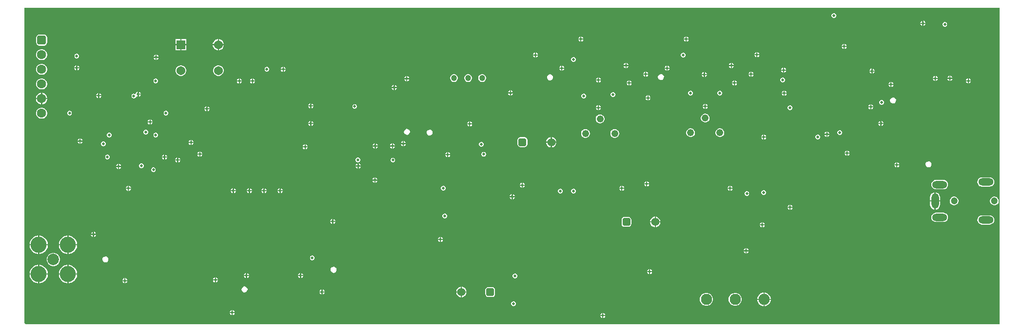
<source format=gbr>
G04*
G04 #@! TF.GenerationSoftware,Altium Limited,Altium Designer,25.5.2 (35)*
G04*
G04 Layer_Physical_Order=2*
G04 Layer_Color=36540*
%FSLAX44Y44*%
%MOMM*%
G71*
G04*
G04 #@! TF.SameCoordinates,F6FF292E-385D-4CED-94FC-DDC138C61579*
G04*
G04*
G04 #@! TF.FilePolarity,Positive*
G04*
G01*
G75*
%ADD130R,1.5400X1.5400*%
%ADD131C,1.5400*%
%ADD146C,2.8000*%
%ADD147C,1.4000*%
%ADD148C,1.6000*%
%ADD149O,1.3080X2.6160*%
%ADD150C,1.9500*%
G04:AMPARAMS|DCode=151|XSize=1.4mm|YSize=1.4mm|CornerRadius=0.35mm|HoleSize=0mm|Usage=FLASHONLY|Rotation=180.000|XOffset=0mm|YOffset=0mm|HoleType=Round|Shape=RoundedRectangle|*
%AMROUNDEDRECTD151*
21,1,1.4000,0.7000,0,0,180.0*
21,1,0.7000,1.4000,0,0,180.0*
1,1,0.7000,-0.3500,0.3500*
1,1,0.7000,0.3500,0.3500*
1,1,0.7000,0.3500,-0.3500*
1,1,0.7000,-0.3500,-0.3500*
%
%ADD151ROUNDEDRECTD151*%
%ADD153O,2.6160X1.3080*%
%ADD154C,1.2000*%
%ADD155C,1.2220*%
G04:AMPARAMS|DCode=157|XSize=1.6mm|YSize=1.6mm|CornerRadius=0.4mm|HoleSize=0mm|Usage=FLASHONLY|Rotation=270.000|XOffset=0mm|YOffset=0mm|HoleType=Round|Shape=RoundedRectangle|*
%AMROUNDEDRECTD157*
21,1,1.6000,0.8000,0,0,270.0*
21,1,0.8000,1.6000,0,0,270.0*
1,1,0.8000,-0.4000,-0.4000*
1,1,0.8000,-0.4000,0.4000*
1,1,0.8000,0.4000,0.4000*
1,1,0.8000,0.4000,-0.4000*
%
%ADD157ROUNDEDRECTD157*%
%ADD158C,2.0000*%
%ADD159C,1.0300*%
%ADD160C,0.5000*%
G36*
X1957832Y264160D02*
X266700D01*
X264160Y266700D01*
Y813054D01*
X1957832D01*
Y264160D01*
D02*
G37*
%LPC*%
G36*
X1670596Y803866D02*
X1668996D01*
X1667519Y803254D01*
X1666388Y802123D01*
X1665776Y800646D01*
Y799046D01*
X1666388Y797569D01*
X1667519Y796438D01*
X1668996Y795826D01*
X1670596D01*
X1672073Y796438D01*
X1673204Y797569D01*
X1673816Y799046D01*
Y800646D01*
X1673204Y802123D01*
X1672073Y803254D01*
X1670596Y803866D01*
D02*
G37*
G36*
X1825228Y791095D02*
Y787638D01*
X1828685D01*
X1828043Y789187D01*
X1826777Y790453D01*
X1825228Y791095D01*
D02*
G37*
G36*
X1823228D02*
X1821679Y790453D01*
X1820413Y789187D01*
X1819772Y787638D01*
X1823228D01*
Y791095D01*
D02*
G37*
G36*
X1828685Y785638D02*
X1825228D01*
Y782181D01*
X1826777Y782823D01*
X1828043Y784089D01*
X1828685Y785638D01*
D02*
G37*
G36*
X1823228D02*
X1819772D01*
X1820413Y784089D01*
X1821679Y782823D01*
X1823228Y782181D01*
Y785638D01*
D02*
G37*
G36*
X1863128Y788626D02*
X1861528D01*
X1860051Y788014D01*
X1858920Y786883D01*
X1858308Y785406D01*
Y783806D01*
X1858920Y782329D01*
X1860051Y781198D01*
X1861528Y780586D01*
X1863128D01*
X1864605Y781198D01*
X1865736Y782329D01*
X1866348Y783806D01*
Y785406D01*
X1865736Y786883D01*
X1864605Y788014D01*
X1863128Y788626D01*
D02*
G37*
G36*
X1414256Y763662D02*
Y760206D01*
X1417713D01*
X1417071Y761755D01*
X1415805Y763021D01*
X1414256Y763662D01*
D02*
G37*
G36*
X1412256D02*
X1410707Y763021D01*
X1409441Y761755D01*
X1408799Y760206D01*
X1412256D01*
Y763662D01*
D02*
G37*
G36*
X1231376D02*
Y760206D01*
X1234833D01*
X1234191Y761755D01*
X1232925Y763021D01*
X1231376Y763662D01*
D02*
G37*
G36*
X1229376D02*
X1227827Y763021D01*
X1226561Y761755D01*
X1225919Y760206D01*
X1229376D01*
Y763662D01*
D02*
G37*
G36*
X1417713Y758206D02*
X1414256D01*
Y754750D01*
X1415805Y755391D01*
X1417071Y756657D01*
X1417713Y758206D01*
D02*
G37*
G36*
X1412256D02*
X1408799D01*
X1409441Y756657D01*
X1410707Y755391D01*
X1412256Y754750D01*
Y758206D01*
D02*
G37*
G36*
X1234833D02*
X1231376D01*
Y754750D01*
X1232925Y755391D01*
X1234191Y756657D01*
X1234833Y758206D01*
D02*
G37*
G36*
X1229376D02*
X1225919D01*
X1226561Y756657D01*
X1227827Y755391D01*
X1229376Y754750D01*
Y758206D01*
D02*
G37*
G36*
X602229Y759148D02*
X601952D01*
Y750448D01*
X610652D01*
Y750725D01*
X609991Y753192D01*
X608714Y755404D01*
X606908Y757210D01*
X604696Y758487D01*
X602229Y759148D01*
D02*
G37*
G36*
X599952D02*
X599675D01*
X597208Y758487D01*
X594996Y757210D01*
X593190Y755404D01*
X591913Y753192D01*
X591252Y750725D01*
Y750448D01*
X599952D01*
Y759148D01*
D02*
G37*
G36*
X545652D02*
X536952D01*
Y750448D01*
X545652D01*
Y759148D01*
D02*
G37*
G36*
X534952D02*
X526252D01*
Y750448D01*
X534952D01*
Y759148D01*
D02*
G37*
G36*
X298132Y767056D02*
X290132D01*
X287978Y766628D01*
X286152Y765408D01*
X284932Y763582D01*
X284504Y761428D01*
Y753428D01*
X284932Y751274D01*
X286152Y749448D01*
X287978Y748228D01*
X290132Y747800D01*
X298132D01*
X300286Y748228D01*
X302112Y749448D01*
X303332Y751274D01*
X303760Y753428D01*
Y761428D01*
X303332Y763582D01*
X302112Y765408D01*
X300286Y766628D01*
X298132Y767056D01*
D02*
G37*
G36*
X1688576Y750963D02*
Y747506D01*
X1692032D01*
X1691391Y749055D01*
X1690125Y750321D01*
X1688576Y750963D01*
D02*
G37*
G36*
X1686576D02*
X1685027Y750321D01*
X1683761Y749055D01*
X1683120Y747506D01*
X1686576D01*
Y750963D01*
D02*
G37*
G36*
X1692032Y745506D02*
X1688576D01*
Y742049D01*
X1690125Y742691D01*
X1691391Y743957D01*
X1692032Y745506D01*
D02*
G37*
G36*
X1686576D02*
X1683120D01*
X1683761Y743957D01*
X1685027Y742691D01*
X1686576Y742049D01*
Y745506D01*
D02*
G37*
G36*
X610652Y748448D02*
X601952D01*
Y739748D01*
X602229D01*
X604696Y740409D01*
X606908Y741686D01*
X608714Y743492D01*
X609991Y745704D01*
X610652Y748171D01*
Y748448D01*
D02*
G37*
G36*
X599952D02*
X591252D01*
Y748171D01*
X591913Y745704D01*
X593190Y743492D01*
X594996Y741686D01*
X597208Y740409D01*
X599675Y739748D01*
X599952D01*
Y748448D01*
D02*
G37*
G36*
X545652D02*
X536952D01*
Y739748D01*
X545652D01*
Y748448D01*
D02*
G37*
G36*
X534952D02*
X526252D01*
Y739748D01*
X534952D01*
Y748448D01*
D02*
G37*
G36*
X1537011Y736443D02*
Y732987D01*
X1540468D01*
X1539826Y734536D01*
X1538560Y735801D01*
X1537011Y736443D01*
D02*
G37*
G36*
X1535011D02*
X1533462Y735801D01*
X1532196Y734536D01*
X1531555Y732987D01*
X1535011D01*
Y736443D01*
D02*
G37*
G36*
X1152636Y735976D02*
Y732520D01*
X1156093D01*
X1155451Y734069D01*
X1154185Y735335D01*
X1152636Y735976D01*
D02*
G37*
G36*
X1150636D02*
X1149087Y735335D01*
X1147821Y734069D01*
X1147179Y732520D01*
X1150636D01*
Y735976D01*
D02*
G37*
G36*
X493938Y731985D02*
Y728529D01*
X497395D01*
X496753Y730078D01*
X495487Y731344D01*
X493938Y731985D01*
D02*
G37*
G36*
X491938D02*
X490389Y731344D01*
X489123Y730078D01*
X488481Y728529D01*
X491938D01*
Y731985D01*
D02*
G37*
G36*
X1540468Y730987D02*
X1537011D01*
Y727530D01*
X1538560Y728172D01*
X1539826Y729438D01*
X1540468Y730987D01*
D02*
G37*
G36*
X1535011D02*
X1531555D01*
X1532196Y729438D01*
X1533462Y728172D01*
X1535011Y727530D01*
Y730987D01*
D02*
G37*
G36*
X1408976Y735286D02*
X1407376D01*
X1405899Y734674D01*
X1404768Y733543D01*
X1404156Y732066D01*
Y730466D01*
X1404768Y728989D01*
X1405899Y727858D01*
X1407376Y727246D01*
X1408976D01*
X1410453Y727858D01*
X1411584Y728989D01*
X1412196Y730466D01*
Y732066D01*
X1411584Y733543D01*
X1410453Y734674D01*
X1408976Y735286D01*
D02*
G37*
G36*
X1156093Y730520D02*
X1152636D01*
Y727064D01*
X1154185Y727705D01*
X1155451Y728971D01*
X1156093Y730520D01*
D02*
G37*
G36*
X1150636D02*
X1147179D01*
X1147821Y728971D01*
X1149087Y727705D01*
X1150636Y727064D01*
Y730520D01*
D02*
G37*
G36*
X355892Y733508D02*
X354292D01*
X352815Y732896D01*
X351684Y731765D01*
X351072Y730288D01*
Y728688D01*
X351684Y727211D01*
X352815Y726080D01*
X354292Y725468D01*
X355892D01*
X357369Y726080D01*
X358500Y727211D01*
X359112Y728688D01*
Y730288D01*
X358500Y731765D01*
X357369Y732896D01*
X355892Y733508D01*
D02*
G37*
G36*
X497395Y726529D02*
X493938D01*
Y723072D01*
X495487Y723714D01*
X496753Y724980D01*
X497395Y726529D01*
D02*
G37*
G36*
X491938D02*
X488481D01*
X489123Y724980D01*
X490389Y723714D01*
X491938Y723072D01*
Y726529D01*
D02*
G37*
G36*
X295385Y741548D02*
X292879D01*
X290457Y740899D01*
X288287Y739646D01*
X286514Y737873D01*
X285261Y735703D01*
X284612Y733281D01*
Y730775D01*
X285261Y728353D01*
X286514Y726183D01*
X288287Y724410D01*
X290457Y723157D01*
X292879Y722508D01*
X295385D01*
X297807Y723157D01*
X299977Y724410D01*
X301750Y726183D01*
X303003Y728353D01*
X303652Y730775D01*
Y733281D01*
X303003Y735703D01*
X301750Y737873D01*
X299977Y739646D01*
X297807Y740899D01*
X295385Y741548D01*
D02*
G37*
G36*
X1218476Y727666D02*
X1216876D01*
X1215399Y727054D01*
X1214268Y725923D01*
X1213656Y724446D01*
Y722846D01*
X1214268Y721369D01*
X1215399Y720238D01*
X1216876Y719626D01*
X1218476D01*
X1219953Y720238D01*
X1221084Y721369D01*
X1221696Y722846D01*
Y724446D01*
X1221084Y725923D01*
X1219953Y727054D01*
X1218476Y727666D01*
D02*
G37*
G36*
X1492728Y717679D02*
Y714223D01*
X1496184D01*
X1495543Y715772D01*
X1494277Y717038D01*
X1492728Y717679D01*
D02*
G37*
G36*
X1490728D02*
X1489179Y717038D01*
X1487913Y715772D01*
X1487271Y714223D01*
X1490728D01*
Y717679D01*
D02*
G37*
G36*
X1309848D02*
Y714223D01*
X1313304D01*
X1312663Y715772D01*
X1311397Y717038D01*
X1309848Y717679D01*
D02*
G37*
G36*
X1307848D02*
X1306299Y717038D01*
X1305033Y715772D01*
X1304391Y714223D01*
X1307848D01*
Y717679D01*
D02*
G37*
G36*
X356092Y713624D02*
Y710168D01*
X359548D01*
X358907Y711717D01*
X357641Y712983D01*
X356092Y713624D01*
D02*
G37*
G36*
X354092D02*
X352543Y712983D01*
X351277Y711717D01*
X350635Y710168D01*
X354092D01*
Y713624D01*
D02*
G37*
G36*
X1381239Y713076D02*
Y709620D01*
X1384696D01*
X1384054Y711169D01*
X1382788Y712435D01*
X1381239Y713076D01*
D02*
G37*
G36*
X1379239D02*
X1377690Y712435D01*
X1376424Y711169D01*
X1375783Y709620D01*
X1379239D01*
Y713076D01*
D02*
G37*
G36*
X1198359D02*
Y709620D01*
X1201816D01*
X1201174Y711169D01*
X1199908Y712435D01*
X1198359Y713076D01*
D02*
G37*
G36*
X1196359D02*
X1194810Y712435D01*
X1193544Y711169D01*
X1192903Y709620D01*
X1196359D01*
Y713076D01*
D02*
G37*
G36*
X1496184Y712223D02*
X1492728D01*
Y708766D01*
X1494277Y709408D01*
X1495543Y710674D01*
X1496184Y712223D01*
D02*
G37*
G36*
X1490728D02*
X1487271D01*
X1487913Y710674D01*
X1489179Y709408D01*
X1490728Y708766D01*
Y712223D01*
D02*
G37*
G36*
X1313304D02*
X1309848D01*
Y708766D01*
X1311397Y709408D01*
X1312663Y710674D01*
X1313304Y712223D01*
D02*
G37*
G36*
X1307848D02*
X1304391D01*
X1305033Y710674D01*
X1306299Y709408D01*
X1307848Y708766D01*
Y712223D01*
D02*
G37*
G36*
X714612Y711085D02*
Y707628D01*
X718068D01*
X717427Y709177D01*
X716161Y710443D01*
X714612Y711085D01*
D02*
G37*
G36*
X712612D02*
X711063Y710443D01*
X709797Y709177D01*
X709156Y707628D01*
X712612D01*
Y711085D01*
D02*
G37*
G36*
X1583409Y709742D02*
Y706285D01*
X1586865D01*
X1586223Y707834D01*
X1584958Y709100D01*
X1583409Y709742D01*
D02*
G37*
G36*
X1581409D02*
X1579860Y709100D01*
X1578594Y707834D01*
X1577952Y706285D01*
X1581409D01*
Y709742D01*
D02*
G37*
G36*
X359548Y708168D02*
X356092D01*
Y704712D01*
X357641Y705353D01*
X358907Y706619D01*
X359548Y708168D01*
D02*
G37*
G36*
X354092D02*
X350635D01*
X351277Y706619D01*
X352543Y705353D01*
X354092Y704712D01*
Y708168D01*
D02*
G37*
G36*
X1736988Y708118D02*
Y704661D01*
X1740445D01*
X1739803Y706210D01*
X1738537Y707476D01*
X1736988Y708118D01*
D02*
G37*
G36*
X1734988D02*
X1733439Y707476D01*
X1732173Y706210D01*
X1731532Y704661D01*
X1734988D01*
Y708118D01*
D02*
G37*
G36*
X1384696Y707620D02*
X1381239D01*
Y704163D01*
X1382788Y704805D01*
X1384054Y706071D01*
X1384696Y707620D01*
D02*
G37*
G36*
X1379239D02*
X1375783D01*
X1376424Y706071D01*
X1377690Y704805D01*
X1379239Y704163D01*
Y707620D01*
D02*
G37*
G36*
X1201816D02*
X1198359D01*
Y704163D01*
X1199908Y704805D01*
X1201174Y706071D01*
X1201816Y707620D01*
D02*
G37*
G36*
X1196359D02*
X1192903D01*
X1193544Y706071D01*
X1194810Y704805D01*
X1196359Y704163D01*
Y707620D01*
D02*
G37*
G36*
X686092Y710648D02*
X684492D01*
X683015Y710036D01*
X681884Y708905D01*
X681272Y707428D01*
Y705828D01*
X681884Y704351D01*
X683015Y703220D01*
X684492Y702608D01*
X686092D01*
X687569Y703220D01*
X688700Y704351D01*
X689312Y705828D01*
Y707428D01*
X688700Y708905D01*
X687569Y710036D01*
X686092Y710648D01*
D02*
G37*
G36*
X718068Y705628D02*
X714612D01*
Y702171D01*
X716161Y702813D01*
X717427Y704079D01*
X718068Y705628D01*
D02*
G37*
G36*
X712612D02*
X709156D01*
X709797Y704079D01*
X711063Y702813D01*
X712612Y702171D01*
Y705628D01*
D02*
G37*
G36*
X1586865Y704285D02*
X1583409D01*
Y700828D01*
X1584958Y701470D01*
X1586223Y702736D01*
X1586865Y704285D01*
D02*
G37*
G36*
X1581409D02*
X1577952D01*
X1578594Y702736D01*
X1579860Y701470D01*
X1581409Y700828D01*
Y704285D01*
D02*
G37*
G36*
X1526686Y702762D02*
Y699306D01*
X1530143D01*
X1529501Y700855D01*
X1528235Y702121D01*
X1526686Y702762D01*
D02*
G37*
G36*
X1524686D02*
X1523137Y702121D01*
X1521871Y700855D01*
X1521230Y699306D01*
X1524686D01*
Y702762D01*
D02*
G37*
G36*
X1343806D02*
Y699306D01*
X1347263D01*
X1346621Y700855D01*
X1345355Y702121D01*
X1343806Y702762D01*
D02*
G37*
G36*
X1341806D02*
X1340257Y702121D01*
X1338991Y700855D01*
X1338350Y699306D01*
X1341806D01*
Y702762D01*
D02*
G37*
G36*
X1740445Y702662D02*
X1736988D01*
Y699205D01*
X1738537Y699847D01*
X1739803Y701112D01*
X1740445Y702662D01*
D02*
G37*
G36*
X1734988D02*
X1731532D01*
X1732173Y701112D01*
X1733439Y699847D01*
X1734988Y699205D01*
Y702662D01*
D02*
G37*
G36*
X1445770Y702003D02*
Y698546D01*
X1449227D01*
X1448585Y700095D01*
X1447319Y701361D01*
X1445770Y702003D01*
D02*
G37*
G36*
X1443770D02*
X1442221Y701361D01*
X1440955Y700095D01*
X1440314Y698546D01*
X1443770D01*
Y702003D01*
D02*
G37*
G36*
X295385Y716148D02*
X292879D01*
X290457Y715499D01*
X288287Y714246D01*
X286514Y712473D01*
X285261Y710303D01*
X284612Y707881D01*
Y705375D01*
X285261Y702953D01*
X286514Y700783D01*
X288287Y699010D01*
X290457Y697757D01*
X292879Y697108D01*
X295385D01*
X297807Y697757D01*
X299977Y699010D01*
X301750Y700783D01*
X303003Y702953D01*
X303652Y705375D01*
Y707881D01*
X303003Y710303D01*
X301750Y712473D01*
X299977Y714246D01*
X297807Y715499D01*
X295385Y716148D01*
D02*
G37*
G36*
X602166Y713668D02*
X599738D01*
X597393Y713040D01*
X595291Y711826D01*
X593574Y710109D01*
X592360Y708007D01*
X591732Y705662D01*
Y703234D01*
X592360Y700889D01*
X593574Y698787D01*
X595291Y697070D01*
X597393Y695856D01*
X599738Y695228D01*
X602166D01*
X604511Y695856D01*
X606613Y697070D01*
X608330Y698787D01*
X609544Y700889D01*
X610172Y703234D01*
Y705662D01*
X609544Y708007D01*
X608330Y710109D01*
X606613Y711826D01*
X604511Y713040D01*
X602166Y713668D01*
D02*
G37*
G36*
X537166D02*
X534738D01*
X532393Y713040D01*
X530291Y711826D01*
X528574Y710109D01*
X527360Y708007D01*
X526732Y705662D01*
Y703234D01*
X527360Y700889D01*
X528574Y698787D01*
X530291Y697070D01*
X532393Y695856D01*
X534738Y695228D01*
X537166D01*
X539511Y695856D01*
X541613Y697070D01*
X543330Y698787D01*
X544544Y700889D01*
X545172Y703234D01*
Y705662D01*
X544544Y708007D01*
X543330Y710109D01*
X541613Y711826D01*
X539511Y713040D01*
X537166Y713668D01*
D02*
G37*
G36*
X1530143Y697306D02*
X1526686D01*
Y693849D01*
X1528235Y694491D01*
X1529501Y695757D01*
X1530143Y697306D01*
D02*
G37*
G36*
X1524686D02*
X1521230D01*
X1521871Y695757D01*
X1523137Y694491D01*
X1524686Y693849D01*
Y697306D01*
D02*
G37*
G36*
X1347263D02*
X1343806D01*
Y693849D01*
X1345355Y694491D01*
X1346621Y695757D01*
X1347263Y697306D01*
D02*
G37*
G36*
X1341806D02*
X1338350D01*
X1338991Y695757D01*
X1340257Y694491D01*
X1341806Y693849D01*
Y697306D01*
D02*
G37*
G36*
X1449227Y696546D02*
X1445770D01*
Y693090D01*
X1447319Y693731D01*
X1448585Y694997D01*
X1449227Y696546D01*
D02*
G37*
G36*
X1443770D02*
X1440314D01*
X1440955Y694997D01*
X1442221Y693731D01*
X1443770Y693090D01*
Y696546D01*
D02*
G37*
G36*
X1872114Y695431D02*
Y691974D01*
X1875571D01*
X1874929Y693523D01*
X1873663Y694789D01*
X1872114Y695431D01*
D02*
G37*
G36*
X1870114D02*
X1868565Y694789D01*
X1867299Y693523D01*
X1866658Y691974D01*
X1870114D01*
Y695431D01*
D02*
G37*
G36*
X1846818Y695337D02*
Y691880D01*
X1850275D01*
X1849633Y693429D01*
X1848367Y694695D01*
X1846818Y695337D01*
D02*
G37*
G36*
X1844818D02*
X1843269Y694695D01*
X1842003Y693429D01*
X1841362Y691880D01*
X1844818D01*
Y695337D01*
D02*
G37*
G36*
X929131Y694832D02*
Y691375D01*
X932588D01*
X931946Y692924D01*
X930680Y694190D01*
X929131Y694832D01*
D02*
G37*
G36*
X927132D02*
X925583Y694190D01*
X924317Y692924D01*
X923675Y691375D01*
X927132D01*
Y694832D01*
D02*
G37*
G36*
X1261856Y692542D02*
Y689086D01*
X1265312D01*
X1264671Y690635D01*
X1263405Y691901D01*
X1261856Y692542D01*
D02*
G37*
G36*
X1259856D02*
X1258307Y691901D01*
X1257041Y690635D01*
X1256400Y689086D01*
X1259856D01*
Y692542D01*
D02*
G37*
G36*
X1368832Y698401D02*
X1366877Y697791D01*
X1365305Y696479D01*
X1364354Y694666D01*
X1364262Y693646D01*
X1364262D01*
X1364169Y692626D01*
X1364319Y692146D01*
X1364779Y690672D01*
X1366091Y689099D01*
X1367904Y688148D01*
X1369944Y687964D01*
X1371898Y688574D01*
X1373471Y689885D01*
X1374422Y691699D01*
X1374514Y692719D01*
X1374606Y693738D01*
X1373996Y695693D01*
X1372685Y697265D01*
X1370871Y698216D01*
X1368832Y698401D01*
D02*
G37*
G36*
X1904222Y691019D02*
Y687562D01*
X1907679D01*
X1907037Y689111D01*
X1905771Y690377D01*
X1904222Y691019D01*
D02*
G37*
G36*
X1902222D02*
X1900673Y690377D01*
X1899407Y689111D01*
X1898766Y687562D01*
X1902222D01*
Y691019D01*
D02*
G37*
G36*
X1176480Y697981D02*
X1174526Y697371D01*
X1172953Y696060D01*
X1172002Y694246D01*
X1171910Y693227D01*
X1171910D01*
X1171818Y692207D01*
X1171968Y691726D01*
X1172428Y690252D01*
X1173739Y688680D01*
X1175553Y687729D01*
X1177592Y687544D01*
X1179547Y688154D01*
X1181119Y689466D01*
X1182070Y691279D01*
X1182162Y692299D01*
X1182255Y693318D01*
X1181645Y695273D01*
X1180333Y696846D01*
X1178520Y697797D01*
X1176480Y697981D01*
D02*
G37*
G36*
X661272Y690764D02*
Y687308D01*
X664728D01*
X664087Y688857D01*
X662821Y690123D01*
X661272Y690764D01*
D02*
G37*
G36*
X659272D02*
X657723Y690123D01*
X656457Y688857D01*
X655816Y687308D01*
X659272D01*
Y690764D01*
D02*
G37*
G36*
X638412D02*
Y687308D01*
X641869D01*
X641227Y688857D01*
X639961Y690123D01*
X638412Y690764D01*
D02*
G37*
G36*
X636412D02*
X634863Y690123D01*
X633597Y688857D01*
X632956Y687308D01*
X636412D01*
Y690764D01*
D02*
G37*
G36*
X1875571Y689974D02*
X1872114D01*
Y686518D01*
X1873663Y687159D01*
X1874929Y688425D01*
X1875571Y689974D01*
D02*
G37*
G36*
X1870114D02*
X1866658D01*
X1867299Y688425D01*
X1868565Y687159D01*
X1870114Y686518D01*
Y689974D01*
D02*
G37*
G36*
X1850275Y689880D02*
X1846818D01*
Y686423D01*
X1848367Y687065D01*
X1849633Y688331D01*
X1850275Y689880D01*
D02*
G37*
G36*
X1844818D02*
X1841362D01*
X1842003Y688331D01*
X1843269Y687065D01*
X1844818Y686423D01*
Y689880D01*
D02*
G37*
G36*
X932588Y689375D02*
X929131D01*
Y685919D01*
X930680Y686561D01*
X931946Y687826D01*
X932588Y689375D01*
D02*
G37*
G36*
X927132D02*
X923675D01*
X924317Y687826D01*
X925583Y686561D01*
X927132Y685919D01*
Y689375D01*
D02*
G37*
G36*
X1059836Y698061D02*
X1058079D01*
X1056383Y697607D01*
X1054862Y696729D01*
X1053620Y695487D01*
X1052742Y693966D01*
X1052288Y692270D01*
Y690513D01*
X1052742Y688817D01*
X1053620Y687296D01*
X1054862Y686054D01*
X1056383Y685176D01*
X1058079Y684721D01*
X1059836D01*
X1061532Y685176D01*
X1063053Y686054D01*
X1064295Y687296D01*
X1065173Y688817D01*
X1065628Y690513D01*
Y692270D01*
X1065173Y693966D01*
X1064295Y695487D01*
X1063053Y696729D01*
X1061532Y697607D01*
X1059836Y698061D01*
D02*
G37*
G36*
X1035436D02*
X1033679D01*
X1031983Y697607D01*
X1030462Y696729D01*
X1029220Y695487D01*
X1028342Y693966D01*
X1027887Y692270D01*
Y690513D01*
X1028342Y688817D01*
X1029220Y687296D01*
X1030462Y686054D01*
X1031983Y685176D01*
X1033679Y684721D01*
X1035436D01*
X1037132Y685176D01*
X1038653Y686054D01*
X1039895Y687296D01*
X1040773Y688817D01*
X1041227Y690513D01*
Y692270D01*
X1040773Y693966D01*
X1039895Y695487D01*
X1038653Y696729D01*
X1037132Y697607D01*
X1035436Y698061D01*
D02*
G37*
G36*
X1011036D02*
X1009279D01*
X1007583Y697607D01*
X1006062Y696729D01*
X1004820Y695487D01*
X1003942Y693966D01*
X1003487Y692270D01*
Y690513D01*
X1003942Y688817D01*
X1004820Y687296D01*
X1006062Y686054D01*
X1007583Y685176D01*
X1009279Y684721D01*
X1011036D01*
X1012732Y685176D01*
X1014253Y686054D01*
X1015495Y687296D01*
X1016373Y688817D01*
X1016827Y690513D01*
Y692270D01*
X1016373Y693966D01*
X1015495Y695487D01*
X1014253Y696729D01*
X1012732Y697607D01*
X1011036Y698061D01*
D02*
G37*
G36*
X1581696Y692106D02*
X1580096D01*
X1578619Y691494D01*
X1577488Y690363D01*
X1576876Y688886D01*
Y687286D01*
X1577488Y685809D01*
X1578619Y684678D01*
X1580096Y684066D01*
X1581696D01*
X1583173Y684678D01*
X1584304Y685809D01*
X1584916Y687286D01*
Y688886D01*
X1584304Y690363D01*
X1583173Y691494D01*
X1581696Y692106D01*
D02*
G37*
G36*
X1498076Y687462D02*
Y684006D01*
X1501532D01*
X1500891Y685555D01*
X1499625Y686821D01*
X1498076Y687462D01*
D02*
G37*
G36*
X1496076D02*
X1494527Y686821D01*
X1493261Y685555D01*
X1492619Y684006D01*
X1496076D01*
Y687462D01*
D02*
G37*
G36*
X1315196D02*
Y684006D01*
X1318652D01*
X1318011Y685555D01*
X1316745Y686821D01*
X1315196Y687462D01*
D02*
G37*
G36*
X1313196D02*
X1311647Y686821D01*
X1310381Y685555D01*
X1309740Y684006D01*
X1313196D01*
Y687462D01*
D02*
G37*
G36*
X1265312Y687086D02*
X1261856D01*
Y683630D01*
X1263405Y684271D01*
X1264671Y685537D01*
X1265312Y687086D01*
D02*
G37*
G36*
X1259856D02*
X1256400D01*
X1257041Y685537D01*
X1258307Y684271D01*
X1259856Y683630D01*
Y687086D01*
D02*
G37*
G36*
X493052Y690328D02*
X491452D01*
X489975Y689716D01*
X488844Y688585D01*
X488232Y687108D01*
Y685508D01*
X488844Y684031D01*
X489975Y682900D01*
X491452Y682288D01*
X493052D01*
X494529Y682900D01*
X495660Y684031D01*
X496272Y685508D01*
Y687108D01*
X495660Y688585D01*
X494529Y689716D01*
X493052Y690328D01*
D02*
G37*
G36*
X1907679Y685562D02*
X1904222D01*
Y682105D01*
X1905771Y682747D01*
X1907037Y684013D01*
X1907679Y685562D01*
D02*
G37*
G36*
X1902222D02*
X1898766D01*
X1899407Y684013D01*
X1900673Y682747D01*
X1902222Y682105D01*
Y685562D01*
D02*
G37*
G36*
X664728Y685308D02*
X661272D01*
Y681852D01*
X662821Y682493D01*
X664087Y683759D01*
X664728Y685308D01*
D02*
G37*
G36*
X659272D02*
X655816D01*
X656457Y683759D01*
X657723Y682493D01*
X659272Y681852D01*
Y685308D01*
D02*
G37*
G36*
X641869D02*
X638412D01*
Y681852D01*
X639961Y682493D01*
X641227Y683759D01*
X641869Y685308D01*
D02*
G37*
G36*
X636412D02*
X632956D01*
X633597Y683759D01*
X634863Y682493D01*
X636412Y681852D01*
Y685308D01*
D02*
G37*
G36*
X1769856Y684922D02*
Y681466D01*
X1773313D01*
X1772671Y683015D01*
X1771405Y684281D01*
X1769856Y684922D01*
D02*
G37*
G36*
X1767856D02*
X1766307Y684281D01*
X1765041Y683015D01*
X1764400Y681466D01*
X1767856D01*
Y684922D01*
D02*
G37*
G36*
X1501532Y682006D02*
X1498076D01*
Y678549D01*
X1499625Y679191D01*
X1500891Y680457D01*
X1501532Y682006D01*
D02*
G37*
G36*
X1496076D02*
X1492619D01*
X1493261Y680457D01*
X1494527Y679191D01*
X1496076Y678549D01*
Y682006D01*
D02*
G37*
G36*
X1318652D02*
X1315196D01*
Y678549D01*
X1316745Y679191D01*
X1318011Y680457D01*
X1318652Y682006D01*
D02*
G37*
G36*
X1313196D02*
X1309740D01*
X1310381Y680457D01*
X1311647Y679191D01*
X1313196Y678549D01*
Y682006D01*
D02*
G37*
G36*
X907288Y679592D02*
Y676135D01*
X910744D01*
X910102Y677684D01*
X908837Y678950D01*
X907288Y679592D01*
D02*
G37*
G36*
X905287D02*
X903738Y678950D01*
X902473Y677684D01*
X901831Y676135D01*
X905287D01*
Y679592D01*
D02*
G37*
G36*
X1773313Y679466D02*
X1769856D01*
Y676010D01*
X1771405Y676651D01*
X1772671Y677917D01*
X1773313Y679466D01*
D02*
G37*
G36*
X1767856D02*
X1764400D01*
X1765041Y677917D01*
X1766307Y676651D01*
X1767856Y676010D01*
Y679466D01*
D02*
G37*
G36*
X295385Y690748D02*
X292879D01*
X290457Y690099D01*
X288287Y688846D01*
X286514Y687073D01*
X285261Y684903D01*
X284612Y682481D01*
Y679975D01*
X285261Y677553D01*
X286514Y675383D01*
X288287Y673610D01*
X290457Y672357D01*
X292879Y671708D01*
X295385D01*
X297807Y672357D01*
X299977Y673610D01*
X301750Y675383D01*
X303003Y677553D01*
X303652Y679975D01*
Y682481D01*
X303003Y684903D01*
X301750Y687073D01*
X299977Y688846D01*
X297807Y690099D01*
X295385Y690748D01*
D02*
G37*
G36*
X910744Y674135D02*
X907288D01*
Y670679D01*
X908837Y671320D01*
X910102Y672586D01*
X910744Y674135D01*
D02*
G37*
G36*
X905287D02*
X901831D01*
X902473Y672586D01*
X903738Y671320D01*
X905287Y670679D01*
Y674135D01*
D02*
G37*
G36*
X1109073Y670132D02*
Y666675D01*
X1112529D01*
X1111888Y668224D01*
X1110622Y669490D01*
X1109073Y670132D01*
D02*
G37*
G36*
X1107073D02*
X1105524Y669490D01*
X1104258Y668224D01*
X1103616Y666675D01*
X1107073D01*
Y670132D01*
D02*
G37*
G36*
X1584436Y669682D02*
Y666226D01*
X1587892D01*
X1587251Y667775D01*
X1585985Y669041D01*
X1584436Y669682D01*
D02*
G37*
G36*
X1582436D02*
X1580887Y669041D01*
X1579621Y667775D01*
X1578979Y666226D01*
X1582436D01*
Y669682D01*
D02*
G37*
G36*
X462772Y667905D02*
Y664448D01*
X466228D01*
X465587Y665997D01*
X464321Y667263D01*
X462772Y667905D01*
D02*
G37*
G36*
X460772D02*
X459223Y667263D01*
X457957Y665997D01*
X457400Y664651D01*
X457345Y664583D01*
X456297Y664003D01*
X455748Y663811D01*
X455005Y664119D01*
X453406D01*
X451928Y663507D01*
X450798Y662376D01*
X450186Y660899D01*
Y659299D01*
X450798Y657822D01*
X451928Y656691D01*
X453406Y656079D01*
X455005D01*
X456483Y656691D01*
X457614Y657822D01*
X457984Y658717D01*
X458834Y659346D01*
X459750Y659415D01*
X460772Y658991D01*
Y663448D01*
Y667905D01*
D02*
G37*
G36*
X394192Y665365D02*
Y661908D01*
X397649D01*
X397007Y663457D01*
X395741Y664723D01*
X394192Y665365D01*
D02*
G37*
G36*
X392192D02*
X390643Y664723D01*
X389377Y663457D01*
X388736Y661908D01*
X392192D01*
Y665365D01*
D02*
G37*
G36*
X1112529Y664675D02*
X1109073D01*
Y661219D01*
X1110622Y661861D01*
X1111888Y663126D01*
X1112529Y664675D01*
D02*
G37*
G36*
X1107073D02*
X1103616D01*
X1104258Y663126D01*
X1105524Y661861D01*
X1107073Y661219D01*
Y664675D01*
D02*
G37*
G36*
X1472476Y669246D02*
X1470876D01*
X1469399Y668634D01*
X1468268Y667503D01*
X1467656Y666026D01*
Y664426D01*
X1468268Y662949D01*
X1469399Y661818D01*
X1470876Y661206D01*
X1472476D01*
X1473953Y661818D01*
X1475084Y662949D01*
X1475696Y664426D01*
Y666026D01*
X1475084Y667503D01*
X1473953Y668634D01*
X1472476Y669246D01*
D02*
G37*
G36*
X1421676D02*
X1420076D01*
X1418599Y668634D01*
X1417468Y667503D01*
X1416856Y666026D01*
Y664426D01*
X1417468Y662949D01*
X1418599Y661818D01*
X1420076Y661206D01*
X1421676D01*
X1423153Y661818D01*
X1424284Y662949D01*
X1424896Y664426D01*
Y666026D01*
X1424284Y667503D01*
X1423153Y668634D01*
X1421676Y669246D01*
D02*
G37*
G36*
X1587892Y664226D02*
X1584436D01*
Y660770D01*
X1585985Y661411D01*
X1587251Y662677D01*
X1587892Y664226D01*
D02*
G37*
G36*
X1582436D02*
X1578979D01*
X1579621Y662677D01*
X1580887Y661411D01*
X1582436Y660770D01*
Y664226D01*
D02*
G37*
G36*
X466228Y662448D02*
X462772D01*
Y658991D01*
X464321Y659633D01*
X465587Y660899D01*
X466228Y662448D01*
D02*
G37*
G36*
X1287056Y666706D02*
X1285456D01*
X1283979Y666094D01*
X1282848Y664963D01*
X1282236Y663486D01*
Y661886D01*
X1282848Y660409D01*
X1283979Y659278D01*
X1285456Y658666D01*
X1287056D01*
X1288533Y659278D01*
X1289664Y660409D01*
X1290276Y661886D01*
Y663486D01*
X1289664Y664963D01*
X1288533Y666094D01*
X1287056Y666706D01*
D02*
G37*
G36*
X1347962Y661554D02*
Y658098D01*
X1351418D01*
X1350777Y659647D01*
X1349511Y660913D01*
X1347962Y661554D01*
D02*
G37*
G36*
X1345962D02*
X1344413Y660913D01*
X1343147Y659647D01*
X1342505Y658098D01*
X1345962D01*
Y661554D01*
D02*
G37*
G36*
X295448Y665828D02*
X295132D01*
Y656828D01*
X304132D01*
Y657144D01*
X303451Y659688D01*
X302134Y661968D01*
X300272Y663830D01*
X297992Y665146D01*
X295448Y665828D01*
D02*
G37*
G36*
X293132D02*
X292815D01*
X290272Y665146D01*
X287992Y663830D01*
X286130Y661968D01*
X284813Y659688D01*
X284132Y657144D01*
Y656828D01*
X293132D01*
Y665828D01*
D02*
G37*
G36*
X397649Y659908D02*
X394192D01*
Y656451D01*
X395741Y657093D01*
X397007Y658359D01*
X397649Y659908D01*
D02*
G37*
G36*
X392192D02*
X388736D01*
X389377Y658359D01*
X390643Y657093D01*
X392192Y656451D01*
Y659908D01*
D02*
G37*
G36*
X1236256Y664166D02*
X1234656D01*
X1233179Y663554D01*
X1232048Y662423D01*
X1231436Y660946D01*
Y659346D01*
X1232048Y657869D01*
X1233179Y656738D01*
X1234656Y656126D01*
X1236256D01*
X1237733Y656738D01*
X1238864Y657869D01*
X1239476Y659346D01*
Y660946D01*
X1238864Y662423D01*
X1237733Y663554D01*
X1236256Y664166D01*
D02*
G37*
G36*
X1351418Y656098D02*
X1347962D01*
Y652642D01*
X1349511Y653283D01*
X1350777Y654549D01*
X1351418Y656098D01*
D02*
G37*
G36*
X1345962D02*
X1342505D01*
X1343147Y654549D01*
X1344413Y653283D01*
X1345962Y652642D01*
Y656098D01*
D02*
G37*
G36*
X1771846Y657738D02*
X1769892Y657128D01*
X1768319Y655817D01*
X1767368Y654003D01*
X1767276Y652983D01*
X1767276D01*
X1767184Y651964D01*
X1767334Y651483D01*
X1767793Y650009D01*
X1769105Y648436D01*
X1770919Y647485D01*
X1772958Y647301D01*
X1774913Y647911D01*
X1776485Y649222D01*
X1777436Y651036D01*
X1777529Y652056D01*
X1777621Y653075D01*
X1777011Y655030D01*
X1775699Y656603D01*
X1773886Y657554D01*
X1771846Y657738D01*
D02*
G37*
G36*
X304132Y654828D02*
X295132D01*
Y645828D01*
X295448D01*
X297992Y646509D01*
X300272Y647826D01*
X302134Y649688D01*
X303451Y651968D01*
X304132Y654511D01*
Y654828D01*
D02*
G37*
G36*
X293132D02*
X284132D01*
Y654511D01*
X284813Y651968D01*
X286130Y649688D01*
X287992Y647826D01*
X290272Y646509D01*
X292815Y645828D01*
X293132D01*
Y654828D01*
D02*
G37*
G36*
X1753402Y653074D02*
X1751803D01*
X1750325Y652462D01*
X1749195Y651331D01*
X1748583Y649854D01*
Y648254D01*
X1749195Y646777D01*
X1750325Y645646D01*
X1751803Y645034D01*
X1753402D01*
X1754880Y645646D01*
X1756011Y646777D01*
X1756623Y648254D01*
Y649854D01*
X1756011Y651331D01*
X1754880Y652462D01*
X1753402Y653074D01*
D02*
G37*
G36*
X762492Y647585D02*
Y644128D01*
X765948D01*
X765307Y645677D01*
X764041Y646943D01*
X762492Y647585D01*
D02*
G37*
G36*
X760492D02*
X758943Y646943D01*
X757677Y645677D01*
X757036Y644128D01*
X760492D01*
Y647585D01*
D02*
G37*
G36*
X1447276Y646823D02*
Y643366D01*
X1450733D01*
X1450091Y644915D01*
X1448825Y646181D01*
X1447276Y646823D01*
D02*
G37*
G36*
X1445276D02*
X1443727Y646181D01*
X1442461Y644915D01*
X1441819Y643366D01*
X1445276D01*
Y646823D01*
D02*
G37*
G36*
X1734839Y645871D02*
Y642414D01*
X1738295D01*
X1737653Y643963D01*
X1736388Y645229D01*
X1734839Y645871D01*
D02*
G37*
G36*
X1732838D02*
X1731290Y645229D01*
X1730024Y643963D01*
X1729382Y642414D01*
X1732838D01*
Y645871D01*
D02*
G37*
G36*
X1261838Y644453D02*
Y640996D01*
X1265294D01*
X1264653Y642545D01*
X1263387Y643811D01*
X1261838Y644453D01*
D02*
G37*
G36*
X1259838D02*
X1258289Y643811D01*
X1257023Y642545D01*
X1256381Y640996D01*
X1259838D01*
Y644453D01*
D02*
G37*
G36*
X582152Y642505D02*
Y639048D01*
X585608D01*
X584967Y640597D01*
X583701Y641863D01*
X582152Y642505D01*
D02*
G37*
G36*
X580152D02*
X578603Y641863D01*
X577337Y640597D01*
X576696Y639048D01*
X580152D01*
Y642505D01*
D02*
G37*
G36*
X765948Y642128D02*
X762492D01*
Y638671D01*
X764041Y639313D01*
X765307Y640579D01*
X765948Y642128D01*
D02*
G37*
G36*
X760492D02*
X757036D01*
X757677Y640579D01*
X758943Y639313D01*
X760492Y638671D01*
Y642128D01*
D02*
G37*
G36*
X838507Y646135D02*
X836908D01*
X835430Y645523D01*
X834299Y644392D01*
X833688Y642915D01*
Y641316D01*
X834299Y639838D01*
X835430Y638707D01*
X836908Y638095D01*
X838507D01*
X839985Y638707D01*
X841115Y639838D01*
X841728Y641316D01*
Y642915D01*
X841115Y644392D01*
X839985Y645523D01*
X838507Y646135D01*
D02*
G37*
G36*
X1450733Y641366D02*
X1447276D01*
Y637910D01*
X1448825Y638551D01*
X1450091Y639817D01*
X1450733Y641366D01*
D02*
G37*
G36*
X1445276D02*
X1441819D01*
X1442461Y639817D01*
X1443727Y638551D01*
X1445276Y637910D01*
Y641366D01*
D02*
G37*
G36*
X1738295Y640414D02*
X1734839D01*
Y636958D01*
X1736388Y637599D01*
X1737653Y638865D01*
X1738295Y640414D01*
D02*
G37*
G36*
X1732838D02*
X1729382D01*
X1730024Y638865D01*
X1731290Y637599D01*
X1732838Y636958D01*
Y640414D01*
D02*
G37*
G36*
X1594396Y643846D02*
X1592796D01*
X1591319Y643234D01*
X1590188Y642103D01*
X1589576Y640626D01*
Y639026D01*
X1590188Y637549D01*
X1591319Y636418D01*
X1592796Y635806D01*
X1594396D01*
X1595873Y636418D01*
X1597004Y637549D01*
X1597616Y639026D01*
Y640626D01*
X1597004Y642103D01*
X1595873Y643234D01*
X1594396Y643846D01*
D02*
G37*
G36*
X1265294Y638996D02*
X1261838D01*
Y635539D01*
X1263387Y636181D01*
X1264653Y637447D01*
X1265294Y638996D01*
D02*
G37*
G36*
X1259838D02*
X1256381D01*
X1257023Y637447D01*
X1258289Y636181D01*
X1259838Y635539D01*
Y638996D01*
D02*
G37*
G36*
X585608Y637048D02*
X582152D01*
Y633591D01*
X583701Y634233D01*
X584967Y635499D01*
X585608Y637048D01*
D02*
G37*
G36*
X580152D02*
X576696D01*
X577337Y635499D01*
X578603Y634233D01*
X580152Y633591D01*
Y637048D01*
D02*
G37*
G36*
X510832Y634448D02*
X509232D01*
X507755Y633836D01*
X506624Y632705D01*
X506012Y631228D01*
Y629628D01*
X506624Y628151D01*
X507755Y627020D01*
X509232Y626408D01*
X510832D01*
X512309Y627020D01*
X513440Y628151D01*
X514052Y629628D01*
Y631228D01*
X513440Y632705D01*
X512309Y633836D01*
X510832Y634448D01*
D02*
G37*
G36*
X343352D02*
X341752D01*
X340275Y633836D01*
X339144Y632705D01*
X338532Y631228D01*
Y629628D01*
X339144Y628151D01*
X340275Y627020D01*
X341752Y626408D01*
X343352D01*
X344829Y627020D01*
X345960Y628151D01*
X346572Y629628D01*
Y631228D01*
X345960Y632705D01*
X344829Y633836D01*
X343352Y634448D01*
D02*
G37*
G36*
X295385Y639948D02*
X292879D01*
X290457Y639299D01*
X288287Y638046D01*
X286514Y636273D01*
X285261Y634103D01*
X284612Y631681D01*
Y629175D01*
X285261Y626753D01*
X286514Y624583D01*
X288287Y622810D01*
X290457Y621557D01*
X292879Y620908D01*
X295385D01*
X297807Y621557D01*
X299977Y622810D01*
X301750Y624583D01*
X303003Y626753D01*
X303652Y629175D01*
Y631681D01*
X303003Y634103D01*
X301750Y636273D01*
X299977Y638046D01*
X297807Y639299D01*
X295385Y639948D01*
D02*
G37*
G36*
X483472Y619645D02*
Y616188D01*
X486928D01*
X486287Y617737D01*
X485021Y619003D01*
X483472Y619645D01*
D02*
G37*
G36*
X481472D02*
X479923Y619003D01*
X478657Y617737D01*
X478016Y616188D01*
X481472D01*
Y619645D01*
D02*
G37*
G36*
X1447280Y629676D02*
X1445271D01*
X1443331Y629156D01*
X1441591Y628152D01*
X1440170Y626731D01*
X1439166Y624991D01*
X1438646Y623050D01*
Y621041D01*
X1439166Y619101D01*
X1440170Y617361D01*
X1441591Y615941D01*
X1443331Y614936D01*
X1445271Y614416D01*
X1447280D01*
X1449221Y614936D01*
X1450961Y615941D01*
X1452381Y617361D01*
X1453386Y619101D01*
X1453906Y621041D01*
Y623050D01*
X1453386Y624991D01*
X1452381Y626731D01*
X1450961Y628152D01*
X1449221Y629156D01*
X1447280Y629676D01*
D02*
G37*
G36*
X1752330Y617104D02*
Y613648D01*
X1755786D01*
X1755145Y615197D01*
X1753879Y616463D01*
X1752330Y617104D01*
D02*
G37*
G36*
X1750330D02*
X1748781Y616463D01*
X1747515Y615197D01*
X1746873Y613648D01*
X1750330D01*
Y617104D01*
D02*
G37*
G36*
X762492D02*
Y613648D01*
X765948D01*
X765307Y615197D01*
X764041Y616463D01*
X762492Y617104D01*
D02*
G37*
G36*
X760492D02*
X758943Y616463D01*
X757677Y615197D01*
X757036Y613648D01*
X760492D01*
Y617104D01*
D02*
G37*
G36*
X1264654Y628152D02*
X1262645D01*
X1260705Y627632D01*
X1258965Y626628D01*
X1257544Y625207D01*
X1256540Y623467D01*
X1256020Y621526D01*
Y619518D01*
X1256540Y617577D01*
X1257544Y615837D01*
X1258965Y614417D01*
X1260705Y613412D01*
X1262645Y612892D01*
X1264654D01*
X1266595Y613412D01*
X1268335Y614417D01*
X1269755Y615837D01*
X1270760Y617577D01*
X1271280Y619518D01*
Y621526D01*
X1270760Y623467D01*
X1269755Y625207D01*
X1268335Y626628D01*
X1266595Y627632D01*
X1264654Y628152D01*
D02*
G37*
G36*
X1038336Y616343D02*
Y612886D01*
X1041793D01*
X1041151Y614435D01*
X1039885Y615701D01*
X1038336Y616343D01*
D02*
G37*
G36*
X1036336D02*
X1034787Y615701D01*
X1033521Y614435D01*
X1032879Y612886D01*
X1036336D01*
Y616343D01*
D02*
G37*
G36*
X486928Y614188D02*
X483472D01*
Y610732D01*
X485021Y611373D01*
X486287Y612639D01*
X486928Y614188D01*
D02*
G37*
G36*
X481472D02*
X478016D01*
X478657Y612639D01*
X479923Y611373D01*
X481472Y610732D01*
Y614188D01*
D02*
G37*
G36*
X1755786Y611648D02*
X1752330D01*
Y608191D01*
X1753879Y608833D01*
X1755145Y610099D01*
X1755786Y611648D01*
D02*
G37*
G36*
X1750330D02*
X1746873D01*
X1747515Y610099D01*
X1748781Y608833D01*
X1750330Y608191D01*
Y611648D01*
D02*
G37*
G36*
X765948D02*
X762492D01*
Y608191D01*
X764041Y608833D01*
X765307Y610099D01*
X765948Y611648D01*
D02*
G37*
G36*
X760492D02*
X757036D01*
X757677Y610099D01*
X758943Y608833D01*
X760492Y608191D01*
Y611648D01*
D02*
G37*
G36*
X1041793Y610886D02*
X1038336D01*
Y607430D01*
X1039885Y608071D01*
X1041151Y609337D01*
X1041793Y610886D01*
D02*
G37*
G36*
X1036336D02*
X1032879D01*
X1033521Y609337D01*
X1034787Y608071D01*
X1036336Y607430D01*
Y610886D01*
D02*
G37*
G36*
X1658578Y598298D02*
Y594842D01*
X1662034D01*
X1661393Y596391D01*
X1660127Y597657D01*
X1658578Y598298D01*
D02*
G37*
G36*
X1656578D02*
X1655029Y597657D01*
X1653763Y596391D01*
X1653121Y594842D01*
X1656578D01*
Y598298D01*
D02*
G37*
G36*
X475652Y601428D02*
X474052D01*
X472575Y600816D01*
X471444Y599685D01*
X470832Y598208D01*
Y596608D01*
X471444Y595131D01*
X472575Y594000D01*
X474052Y593388D01*
X475652D01*
X477129Y594000D01*
X478260Y595131D01*
X478872Y596608D01*
Y598208D01*
X478260Y599685D01*
X477129Y600816D01*
X475652Y601428D01*
D02*
G37*
G36*
X927814Y603239D02*
X925860Y602629D01*
X924287Y601318D01*
X923336Y599504D01*
X923244Y598485D01*
X923244D01*
X923152Y597465D01*
X923302Y596984D01*
X923762Y595510D01*
X925073Y593937D01*
X926887Y592987D01*
X928926Y592802D01*
X930881Y593412D01*
X932453Y594724D01*
X933404Y596537D01*
X933496Y597557D01*
X933589Y598577D01*
X932979Y600531D01*
X931667Y602104D01*
X929854Y603055D01*
X927814Y603239D01*
D02*
G37*
G36*
X1680756Y600666D02*
X1679156D01*
X1677679Y600054D01*
X1676548Y598923D01*
X1675936Y597446D01*
Y595846D01*
X1676548Y594369D01*
X1677679Y593238D01*
X1679156Y592626D01*
X1680756D01*
X1682233Y593238D01*
X1683364Y594369D01*
X1683976Y595846D01*
Y597446D01*
X1683364Y598923D01*
X1682233Y600054D01*
X1680756Y600666D01*
D02*
G37*
G36*
X967438Y601969D02*
X965484Y601359D01*
X963911Y600048D01*
X962960Y598234D01*
X962868Y597215D01*
X962868D01*
X962776Y596195D01*
X962926Y595714D01*
X963386Y594240D01*
X964697Y592668D01*
X966511Y591717D01*
X968550Y591532D01*
X970505Y592142D01*
X972077Y593454D01*
X973028Y595267D01*
X973120Y596287D01*
X973213Y597307D01*
X972603Y599261D01*
X971291Y600834D01*
X969478Y601785D01*
X967438Y601969D01*
D02*
G37*
G36*
X1548876Y593483D02*
Y590026D01*
X1552332D01*
X1551691Y591575D01*
X1550425Y592841D01*
X1548876Y593483D01*
D02*
G37*
G36*
X1546876D02*
X1545327Y592841D01*
X1544061Y591575D01*
X1543419Y590026D01*
X1546876D01*
Y593483D01*
D02*
G37*
G36*
X1662034Y592842D02*
X1658578D01*
Y589385D01*
X1660127Y590027D01*
X1661393Y591292D01*
X1662034Y592842D01*
D02*
G37*
G36*
X1656578D02*
X1653121D01*
X1653763Y591292D01*
X1655029Y590027D01*
X1656578Y589385D01*
Y592842D01*
D02*
G37*
G36*
X1472681Y604276D02*
X1470672D01*
X1468731Y603756D01*
X1466991Y602752D01*
X1465571Y601331D01*
X1464566Y599591D01*
X1464046Y597650D01*
Y595642D01*
X1464566Y593701D01*
X1465571Y591961D01*
X1466991Y590541D01*
X1468731Y589536D01*
X1470672Y589016D01*
X1472681D01*
X1474621Y589536D01*
X1476361Y590541D01*
X1477782Y591961D01*
X1478786Y593701D01*
X1479306Y595642D01*
Y597650D01*
X1478786Y599591D01*
X1477782Y601331D01*
X1476361Y602752D01*
X1474621Y603756D01*
X1472681Y604276D01*
D02*
G37*
G36*
X1421880D02*
X1419872D01*
X1417931Y603756D01*
X1416191Y602752D01*
X1414771Y601331D01*
X1413766Y599591D01*
X1413246Y597650D01*
Y595642D01*
X1413766Y593701D01*
X1414771Y591961D01*
X1416191Y590541D01*
X1417931Y589536D01*
X1419872Y589016D01*
X1421880D01*
X1423821Y589536D01*
X1425561Y590541D01*
X1426982Y591961D01*
X1427986Y593701D01*
X1428506Y595642D01*
Y597650D01*
X1427986Y599591D01*
X1426982Y601331D01*
X1425561Y602752D01*
X1423821Y603756D01*
X1421880Y604276D01*
D02*
G37*
G36*
X493052Y596348D02*
X491452D01*
X489975Y595736D01*
X488844Y594605D01*
X488232Y593128D01*
Y591528D01*
X488844Y590051D01*
X489975Y588920D01*
X491452Y588308D01*
X493052D01*
X494529Y588920D01*
X495660Y590051D01*
X496272Y591528D01*
Y593128D01*
X495660Y594605D01*
X494529Y595736D01*
X493052Y596348D01*
D02*
G37*
G36*
X412152D02*
X410552D01*
X409075Y595736D01*
X407944Y594605D01*
X407332Y593128D01*
Y591528D01*
X407944Y590051D01*
X409075Y588920D01*
X410552Y588308D01*
X412152D01*
X413629Y588920D01*
X414760Y590051D01*
X415372Y591528D01*
Y593128D01*
X414760Y594605D01*
X413629Y595736D01*
X412152Y596348D01*
D02*
G37*
G36*
X1290054Y602752D02*
X1288046D01*
X1286105Y602232D01*
X1284365Y601227D01*
X1282944Y599807D01*
X1281940Y598067D01*
X1281420Y596127D01*
Y594118D01*
X1281940Y592177D01*
X1282944Y590437D01*
X1284365Y589016D01*
X1286105Y588012D01*
X1288046Y587492D01*
X1290054D01*
X1291995Y588012D01*
X1293735Y589016D01*
X1295155Y590437D01*
X1296160Y592177D01*
X1296680Y594118D01*
Y596127D01*
X1296160Y598067D01*
X1295155Y599807D01*
X1293735Y601227D01*
X1291995Y602232D01*
X1290054Y602752D01*
D02*
G37*
G36*
X1239255D02*
X1237245D01*
X1235305Y602232D01*
X1233565Y601227D01*
X1232144Y599807D01*
X1231140Y598067D01*
X1230620Y596127D01*
Y594118D01*
X1231140Y592177D01*
X1232144Y590437D01*
X1233565Y589016D01*
X1235305Y588012D01*
X1237245Y587492D01*
X1239255D01*
X1241195Y588012D01*
X1242935Y589016D01*
X1244355Y590437D01*
X1245360Y592177D01*
X1245880Y594118D01*
Y596127D01*
X1245360Y598067D01*
X1244355Y599807D01*
X1242935Y601227D01*
X1241195Y602232D01*
X1239255Y602752D01*
D02*
G37*
G36*
X1642656Y593046D02*
X1641056D01*
X1639579Y592434D01*
X1638448Y591303D01*
X1637836Y589826D01*
Y588226D01*
X1638448Y586749D01*
X1639579Y585618D01*
X1641056Y585006D01*
X1642656D01*
X1644133Y585618D01*
X1645264Y586749D01*
X1645876Y588226D01*
Y589826D01*
X1645264Y591303D01*
X1644133Y592434D01*
X1642656Y593046D01*
D02*
G37*
G36*
X1552332Y588026D02*
X1548876D01*
Y584570D01*
X1550425Y585211D01*
X1551691Y586477D01*
X1552332Y588026D01*
D02*
G37*
G36*
X1546876D02*
X1543419D01*
X1544061Y586477D01*
X1545327Y585211D01*
X1546876Y584570D01*
Y588026D01*
D02*
G37*
G36*
X361672Y586505D02*
Y583048D01*
X365129D01*
X364487Y584597D01*
X363221Y585863D01*
X361672Y586505D01*
D02*
G37*
G36*
X359672D02*
X358123Y585863D01*
X356857Y584597D01*
X356215Y583048D01*
X359672D01*
Y586505D01*
D02*
G37*
G36*
X1180181Y589122D02*
X1179996D01*
Y581122D01*
X1187996D01*
Y581307D01*
X1187383Y583596D01*
X1186198Y585648D01*
X1184522Y587324D01*
X1182470Y588509D01*
X1180181Y589122D01*
D02*
G37*
G36*
X1177996D02*
X1177811D01*
X1175522Y588509D01*
X1173470Y587324D01*
X1171794Y585648D01*
X1170609Y583596D01*
X1169996Y581307D01*
Y581122D01*
X1177996D01*
Y589122D01*
D02*
G37*
G36*
X554592Y584085D02*
Y580628D01*
X558049D01*
X557407Y582177D01*
X556141Y583443D01*
X554592Y584085D01*
D02*
G37*
G36*
X552592D02*
X551043Y583443D01*
X549777Y582177D01*
X549136Y580628D01*
X552592D01*
Y584085D01*
D02*
G37*
G36*
X923020Y582052D02*
Y578596D01*
X926477D01*
X925835Y580145D01*
X924569Y581411D01*
X923020Y582052D01*
D02*
G37*
G36*
X921020D02*
X919471Y581411D01*
X918205Y580145D01*
X917563Y578596D01*
X921020D01*
Y582052D01*
D02*
G37*
G36*
X365129Y581048D02*
X361672D01*
Y577592D01*
X363221Y578233D01*
X364487Y579499D01*
X365129Y581048D01*
D02*
G37*
G36*
X359672D02*
X356215D01*
X356857Y579499D01*
X358123Y578233D01*
X359672Y577592D01*
Y581048D01*
D02*
G37*
G36*
X558049Y578628D02*
X554592D01*
Y575172D01*
X556141Y575813D01*
X557407Y577079D01*
X558049Y578628D01*
D02*
G37*
G36*
X552592D02*
X549136D01*
X549777Y577079D01*
X551043Y575813D01*
X552592Y575172D01*
Y578628D01*
D02*
G37*
G36*
X904224Y577989D02*
Y574532D01*
X907681D01*
X907039Y576081D01*
X905773Y577347D01*
X904224Y577989D01*
D02*
G37*
G36*
X902224D02*
X900675Y577347D01*
X899409Y576081D01*
X898767Y574532D01*
X902224D01*
Y577989D01*
D02*
G37*
G36*
X874252D02*
Y574532D01*
X877709D01*
X877067Y576081D01*
X875801Y577347D01*
X874252Y577989D01*
D02*
G37*
G36*
X872252D02*
X870703Y577347D01*
X869437Y576081D01*
X868795Y574532D01*
X872252D01*
Y577989D01*
D02*
G37*
G36*
X926477Y576596D02*
X923020D01*
Y573139D01*
X924569Y573781D01*
X925835Y575047D01*
X926477Y576596D01*
D02*
G37*
G36*
X921020D02*
X917563D01*
X918205Y575047D01*
X919471Y573781D01*
X921020Y573139D01*
Y576596D01*
D02*
G37*
G36*
X401992Y581108D02*
X400392D01*
X398915Y580496D01*
X397784Y579365D01*
X397172Y577888D01*
Y576288D01*
X397784Y574811D01*
X398915Y573680D01*
X400392Y573068D01*
X401992D01*
X403469Y573680D01*
X404600Y574811D01*
X405212Y576288D01*
Y577888D01*
X404600Y579365D01*
X403469Y580496D01*
X401992Y581108D01*
D02*
G37*
G36*
X752712Y576465D02*
Y573008D01*
X756169D01*
X755527Y574557D01*
X754261Y575823D01*
X752712Y576465D01*
D02*
G37*
G36*
X750712D02*
X749163Y575823D01*
X747897Y574557D01*
X747255Y573008D01*
X750712D01*
Y576465D01*
D02*
G37*
G36*
X1058456Y580346D02*
X1056856D01*
X1055379Y579734D01*
X1054248Y578603D01*
X1053636Y577126D01*
Y575526D01*
X1054248Y574049D01*
X1055379Y572918D01*
X1056856Y572306D01*
X1058456D01*
X1059933Y572918D01*
X1061064Y574049D01*
X1061676Y575526D01*
Y577126D01*
X1061064Y578603D01*
X1059933Y579734D01*
X1058456Y580346D01*
D02*
G37*
G36*
X1132496Y588740D02*
X1125496D01*
X1123537Y588351D01*
X1121877Y587241D01*
X1120767Y585581D01*
X1120378Y583622D01*
Y576622D01*
X1120767Y574663D01*
X1121877Y573003D01*
X1123537Y571893D01*
X1125496Y571504D01*
X1132496D01*
X1134455Y571893D01*
X1136115Y573003D01*
X1137225Y574663D01*
X1137614Y576622D01*
Y583622D01*
X1137225Y585581D01*
X1136115Y587241D01*
X1134455Y588351D01*
X1132496Y588740D01*
D02*
G37*
G36*
X1187996Y579122D02*
X1179996D01*
Y571122D01*
X1180181D01*
X1182470Y571735D01*
X1184522Y572920D01*
X1186198Y574596D01*
X1187383Y576648D01*
X1187996Y578937D01*
Y579122D01*
D02*
G37*
G36*
X1177996D02*
X1169996D01*
Y578937D01*
X1170609Y576648D01*
X1171794Y574596D01*
X1173470Y572920D01*
X1175522Y571735D01*
X1177811Y571122D01*
X1177996D01*
Y579122D01*
D02*
G37*
G36*
X907681Y572532D02*
X904224D01*
Y569076D01*
X905773Y569717D01*
X907039Y570983D01*
X907681Y572532D01*
D02*
G37*
G36*
X902224D02*
X898767D01*
X899409Y570983D01*
X900675Y569717D01*
X902224Y569076D01*
Y572532D01*
D02*
G37*
G36*
X877709D02*
X874252D01*
Y569076D01*
X875801Y569717D01*
X877067Y570983D01*
X877709Y572532D01*
D02*
G37*
G36*
X872252D02*
X868795D01*
X869437Y570983D01*
X870703Y569717D01*
X872252Y569076D01*
Y572532D01*
D02*
G37*
G36*
X756169Y571008D02*
X752712D01*
Y567551D01*
X754261Y568193D01*
X755527Y569459D01*
X756169Y571008D01*
D02*
G37*
G36*
X750712D02*
X747255D01*
X747897Y569459D01*
X749163Y568193D01*
X750712Y567551D01*
Y571008D01*
D02*
G37*
G36*
X1693656Y565542D02*
Y562086D01*
X1697112D01*
X1696471Y563635D01*
X1695205Y564901D01*
X1693656Y565542D01*
D02*
G37*
G36*
X1691656D02*
X1690107Y564901D01*
X1688841Y563635D01*
X1688199Y562086D01*
X1691656D01*
Y565542D01*
D02*
G37*
G36*
X569832Y563764D02*
Y560308D01*
X573288D01*
X572647Y561857D01*
X571381Y563123D01*
X569832Y563764D01*
D02*
G37*
G36*
X567832D02*
X566283Y563123D01*
X565017Y561857D01*
X564375Y560308D01*
X567832D01*
Y563764D01*
D02*
G37*
G36*
X1000236Y563003D02*
Y559546D01*
X1003692D01*
X1003051Y561095D01*
X1001785Y562361D01*
X1000236Y563003D01*
D02*
G37*
G36*
X998236D02*
X996687Y562361D01*
X995421Y561095D01*
X994780Y559546D01*
X998236D01*
Y563003D01*
D02*
G37*
G36*
X1697112Y560086D02*
X1693656D01*
Y556629D01*
X1695205Y557271D01*
X1696471Y558537D01*
X1697112Y560086D01*
D02*
G37*
G36*
X1691656D02*
X1688199D01*
X1688841Y558537D01*
X1690107Y557271D01*
X1691656Y556629D01*
Y560086D01*
D02*
G37*
G36*
X508492Y558685D02*
Y555228D01*
X511949D01*
X511307Y556777D01*
X510041Y558043D01*
X508492Y558685D01*
D02*
G37*
G36*
X506492D02*
X504943Y558043D01*
X503677Y556777D01*
X503036Y555228D01*
X506492D01*
Y558685D01*
D02*
G37*
G36*
X1062520Y563074D02*
X1060920D01*
X1059443Y562462D01*
X1058312Y561331D01*
X1057700Y559854D01*
Y558254D01*
X1058312Y556777D01*
X1059443Y555646D01*
X1060920Y555034D01*
X1062520D01*
X1063997Y555646D01*
X1065128Y556777D01*
X1065740Y558254D01*
Y559854D01*
X1065128Y561331D01*
X1063997Y562462D01*
X1062520Y563074D01*
D02*
G37*
G36*
X573288Y558308D02*
X569832D01*
Y554851D01*
X571381Y555493D01*
X572647Y556759D01*
X573288Y558308D01*
D02*
G37*
G36*
X567832D02*
X564375D01*
X565017Y556759D01*
X566283Y555493D01*
X567832Y554851D01*
Y558308D01*
D02*
G37*
G36*
X1003692Y557546D02*
X1000236D01*
Y554090D01*
X1001785Y554731D01*
X1003051Y555997D01*
X1003692Y557546D01*
D02*
G37*
G36*
X998236D02*
X994780D01*
X995421Y555997D01*
X996687Y554731D01*
X998236Y554090D01*
Y557546D01*
D02*
G37*
G36*
X409232Y558248D02*
X407632D01*
X406155Y557636D01*
X405024Y556505D01*
X404412Y555028D01*
Y553428D01*
X405024Y551951D01*
X406155Y550820D01*
X407632Y550208D01*
X409232D01*
X410709Y550820D01*
X411840Y551951D01*
X412452Y553428D01*
Y555028D01*
X411840Y556505D01*
X410709Y557636D01*
X409232Y558248D01*
D02*
G37*
G36*
X531352Y553605D02*
Y550148D01*
X534809D01*
X534167Y551697D01*
X532901Y552963D01*
X531352Y553605D01*
D02*
G37*
G36*
X529352D02*
X527803Y552963D01*
X526537Y551697D01*
X525896Y550148D01*
X529352D01*
Y553605D01*
D02*
G37*
G36*
X511949Y553228D02*
X508492D01*
Y549771D01*
X510041Y550413D01*
X511307Y551679D01*
X511949Y553228D01*
D02*
G37*
G36*
X506492D02*
X503036D01*
X503677Y551679D01*
X504943Y550413D01*
X506492Y549771D01*
Y553228D01*
D02*
G37*
G36*
X844080Y553168D02*
X842480D01*
X841003Y552556D01*
X839872Y551425D01*
X839260Y549948D01*
Y548348D01*
X839872Y546871D01*
X841003Y545740D01*
X842480Y545128D01*
X844080D01*
X845557Y545740D01*
X846688Y546871D01*
X847300Y548348D01*
Y549948D01*
X846688Y551425D01*
X845557Y552556D01*
X844080Y553168D01*
D02*
G37*
G36*
X904668Y553113D02*
X903068D01*
X901591Y552501D01*
X900460Y551370D01*
X899848Y549893D01*
Y548293D01*
X900460Y546816D01*
X901591Y545685D01*
X903068Y545073D01*
X904668D01*
X906145Y545685D01*
X907276Y546816D01*
X907888Y548293D01*
Y549893D01*
X907276Y551370D01*
X906145Y552501D01*
X904668Y553113D01*
D02*
G37*
G36*
X534809Y548148D02*
X531352D01*
Y544692D01*
X532901Y545333D01*
X534167Y546599D01*
X534809Y548148D01*
D02*
G37*
G36*
X529352D02*
X525896D01*
X526537Y546599D01*
X527803Y545333D01*
X529352Y544692D01*
Y548148D01*
D02*
G37*
G36*
X1780016Y545223D02*
Y541766D01*
X1783472D01*
X1782831Y543315D01*
X1781565Y544581D01*
X1780016Y545223D01*
D02*
G37*
G36*
X1778016D02*
X1776467Y544581D01*
X1775201Y543315D01*
X1774559Y541766D01*
X1778016D01*
Y545223D01*
D02*
G37*
G36*
X844797Y543181D02*
Y539725D01*
X848254D01*
X847612Y541274D01*
X846346Y542540D01*
X844797Y543181D01*
D02*
G37*
G36*
X842797D02*
X841248Y542540D01*
X839982Y541274D01*
X839341Y539725D01*
X842797D01*
Y543181D01*
D02*
G37*
G36*
X428678Y542429D02*
Y538972D01*
X432134D01*
X431493Y540521D01*
X430227Y541787D01*
X428678Y542429D01*
D02*
G37*
G36*
X426678D02*
X425129Y541787D01*
X423863Y540521D01*
X423221Y538972D01*
X426678D01*
Y542429D01*
D02*
G37*
G36*
X1833506Y546812D02*
X1831551Y546202D01*
X1829979Y544891D01*
X1829028Y543077D01*
X1828936Y542057D01*
X1828936D01*
X1828843Y541038D01*
X1828993Y540557D01*
X1829453Y539083D01*
X1830765Y537510D01*
X1832578Y536559D01*
X1834618Y536375D01*
X1836573Y536985D01*
X1838145Y538297D01*
X1839096Y540110D01*
X1839188Y541130D01*
X1839281Y542149D01*
X1838671Y544104D01*
X1837359Y545677D01*
X1835546Y546628D01*
X1833506Y546812D01*
D02*
G37*
G36*
X1783472Y539766D02*
X1780016D01*
Y536310D01*
X1781565Y536951D01*
X1782831Y538217D01*
X1783472Y539766D01*
D02*
G37*
G36*
X1778016D02*
X1774559D01*
X1775201Y538217D01*
X1776467Y536951D01*
X1778016Y536310D01*
Y539766D01*
D02*
G37*
G36*
X468032Y543008D02*
X466432D01*
X464955Y542396D01*
X463824Y541265D01*
X463212Y539788D01*
Y538188D01*
X463824Y536711D01*
X464955Y535580D01*
X466432Y534968D01*
X468032D01*
X469509Y535580D01*
X470640Y536711D01*
X471252Y538188D01*
Y539788D01*
X470640Y541265D01*
X469509Y542396D01*
X468032Y543008D01*
D02*
G37*
G36*
X848254Y537725D02*
X844797D01*
Y534268D01*
X846346Y534910D01*
X847612Y536176D01*
X848254Y537725D01*
D02*
G37*
G36*
X842797D02*
X839341D01*
X839982Y536176D01*
X841248Y534910D01*
X842797Y534268D01*
Y537725D01*
D02*
G37*
G36*
X432134Y536972D02*
X428678D01*
Y533516D01*
X430227Y534157D01*
X431493Y535423D01*
X432134Y536972D01*
D02*
G37*
G36*
X426678D02*
X423221D01*
X423863Y535423D01*
X425129Y534157D01*
X426678Y533516D01*
Y536972D01*
D02*
G37*
G36*
X489015Y536212D02*
X487416D01*
X485938Y535600D01*
X484807Y534469D01*
X484195Y532992D01*
Y531392D01*
X484807Y529915D01*
X485938Y528784D01*
X487416Y528172D01*
X489015D01*
X490492Y528784D01*
X491623Y529915D01*
X492235Y531392D01*
Y532992D01*
X491623Y534469D01*
X490492Y535600D01*
X489015Y536212D01*
D02*
G37*
G36*
X873786Y518630D02*
Y515173D01*
X877243D01*
X876601Y516722D01*
X875335Y517988D01*
X873786Y518630D01*
D02*
G37*
G36*
X871786D02*
X870237Y517988D01*
X868971Y516722D01*
X868329Y515173D01*
X871786D01*
Y518630D01*
D02*
G37*
G36*
X877243Y513173D02*
X873786D01*
Y509717D01*
X875335Y510358D01*
X876601Y511624D01*
X877243Y513173D01*
D02*
G37*
G36*
X871786D02*
X868329D01*
X868971Y511624D01*
X870237Y510358D01*
X871786Y509717D01*
Y513173D01*
D02*
G37*
G36*
X1345676Y512202D02*
Y508746D01*
X1349133D01*
X1348491Y510295D01*
X1347225Y511561D01*
X1345676Y512202D01*
D02*
G37*
G36*
X1343676D02*
X1342127Y511561D01*
X1340861Y510295D01*
X1340220Y508746D01*
X1343676D01*
Y512202D01*
D02*
G37*
G36*
X1129783Y509792D02*
Y506336D01*
X1133239D01*
X1132598Y507885D01*
X1131332Y509151D01*
X1129783Y509792D01*
D02*
G37*
G36*
X1127783D02*
X1126234Y509151D01*
X1124968Y507885D01*
X1124326Y506336D01*
X1127783D01*
Y509792D01*
D02*
G37*
G36*
X1349133Y506746D02*
X1345676D01*
Y503289D01*
X1347225Y503931D01*
X1348491Y505197D01*
X1349133Y506746D01*
D02*
G37*
G36*
X1343676D02*
X1340220D01*
X1340861Y505197D01*
X1342127Y503931D01*
X1343676Y503289D01*
Y506746D01*
D02*
G37*
G36*
X1939974Y519158D02*
X1926894D01*
X1924790Y518881D01*
X1922829Y518068D01*
X1921146Y516777D01*
X1919854Y515093D01*
X1919041Y513132D01*
X1918764Y511028D01*
X1919041Y508924D01*
X1919854Y506963D01*
X1921146Y505280D01*
X1922829Y503988D01*
X1924790Y503176D01*
X1926894Y502898D01*
X1939974D01*
X1942078Y503176D01*
X1944039Y503988D01*
X1945722Y505280D01*
X1947014Y506963D01*
X1947827Y508924D01*
X1948103Y511028D01*
X1947827Y513132D01*
X1947014Y515093D01*
X1945722Y516777D01*
X1944039Y518068D01*
X1942078Y518881D01*
X1939974Y519158D01*
D02*
G37*
G36*
X1490456Y504582D02*
Y501126D01*
X1493913D01*
X1493271Y502675D01*
X1492005Y503941D01*
X1490456Y504582D01*
D02*
G37*
G36*
X1488456D02*
X1486907Y503941D01*
X1485641Y502675D01*
X1485000Y501126D01*
X1488456D01*
Y504582D01*
D02*
G37*
G36*
X1302496D02*
Y501126D01*
X1305952D01*
X1305311Y502675D01*
X1304045Y503941D01*
X1302496Y504582D01*
D02*
G37*
G36*
X1300496D02*
X1298947Y503941D01*
X1297681Y502675D01*
X1297039Y501126D01*
X1300496D01*
Y504582D01*
D02*
G37*
G36*
X445755Y504440D02*
Y500984D01*
X449212D01*
X448570Y502533D01*
X447304Y503799D01*
X445755Y504440D01*
D02*
G37*
G36*
X443755D02*
X442206Y503799D01*
X440940Y502533D01*
X440299Y500984D01*
X443755D01*
Y504440D01*
D02*
G37*
G36*
X1133239Y504336D02*
X1129783D01*
Y500879D01*
X1131332Y501521D01*
X1132598Y502787D01*
X1133239Y504336D01*
D02*
G37*
G36*
X1127783D02*
X1124326D01*
X1124968Y502787D01*
X1126234Y501521D01*
X1127783Y500879D01*
Y504336D01*
D02*
G37*
G36*
X1859974Y514658D02*
X1846894D01*
X1844790Y514380D01*
X1842829Y513568D01*
X1841145Y512276D01*
X1839854Y510593D01*
X1839041Y508632D01*
X1838764Y506528D01*
X1839041Y504424D01*
X1839854Y502463D01*
X1841145Y500779D01*
X1842829Y499488D01*
X1844790Y498675D01*
X1846894Y498398D01*
X1859974D01*
X1862078Y498675D01*
X1864039Y499488D01*
X1865722Y500779D01*
X1867014Y502463D01*
X1867827Y504424D01*
X1868103Y506528D01*
X1867827Y508632D01*
X1867014Y510593D01*
X1865722Y512276D01*
X1864039Y513568D01*
X1862078Y514380D01*
X1859974Y514658D01*
D02*
G37*
G36*
X709152Y500265D02*
Y496808D01*
X712608D01*
X711967Y498357D01*
X710701Y499623D01*
X709152Y500265D01*
D02*
G37*
G36*
X707152D02*
X705603Y499623D01*
X704337Y498357D01*
X703696Y496808D01*
X707152D01*
Y500265D01*
D02*
G37*
G36*
X681212D02*
Y496808D01*
X684669D01*
X684027Y498357D01*
X682761Y499623D01*
X681212Y500265D01*
D02*
G37*
G36*
X679212D02*
X677663Y499623D01*
X676397Y498357D01*
X675755Y496808D01*
X679212D01*
Y500265D01*
D02*
G37*
G36*
X655812D02*
Y496808D01*
X659268D01*
X658627Y498357D01*
X657361Y499623D01*
X655812Y500265D01*
D02*
G37*
G36*
X653812D02*
X652263Y499623D01*
X650997Y498357D01*
X650356Y496808D01*
X653812D01*
Y500265D01*
D02*
G37*
G36*
X627872D02*
Y496808D01*
X631329D01*
X630687Y498357D01*
X629421Y499623D01*
X627872Y500265D01*
D02*
G37*
G36*
X625872D02*
X624323Y499623D01*
X623057Y498357D01*
X622416Y496808D01*
X625872D01*
Y500265D01*
D02*
G37*
G36*
X992416Y504146D02*
X990816D01*
X989339Y503534D01*
X988208Y502403D01*
X987596Y500926D01*
Y499326D01*
X988208Y497849D01*
X989339Y496718D01*
X990816Y496106D01*
X992416D01*
X993893Y496718D01*
X995024Y497849D01*
X995636Y499326D01*
Y500926D01*
X995024Y502403D01*
X993893Y503534D01*
X992416Y504146D01*
D02*
G37*
G36*
X1493913Y499126D02*
X1490456D01*
Y495670D01*
X1492005Y496311D01*
X1493271Y497577D01*
X1493913Y499126D01*
D02*
G37*
G36*
X1488456D02*
X1485000D01*
X1485641Y497577D01*
X1486907Y496311D01*
X1488456Y495670D01*
Y499126D01*
D02*
G37*
G36*
X1305952D02*
X1302496D01*
Y495670D01*
X1304045Y496311D01*
X1305311Y497577D01*
X1305952Y499126D01*
D02*
G37*
G36*
X1300496D02*
X1297039D01*
X1297681Y497577D01*
X1298947Y496311D01*
X1300496Y495670D01*
Y499126D01*
D02*
G37*
G36*
X449212Y498984D02*
X445755D01*
Y495527D01*
X447304Y496169D01*
X448570Y497435D01*
X449212Y498984D01*
D02*
G37*
G36*
X443755D02*
X440299D01*
X440940Y497435D01*
X442206Y496169D01*
X443755Y495527D01*
Y498984D01*
D02*
G37*
G36*
X712608Y494808D02*
X709152D01*
Y491352D01*
X710701Y491993D01*
X711967Y493259D01*
X712608Y494808D01*
D02*
G37*
G36*
X707152D02*
X703696D01*
X704337Y493259D01*
X705603Y491993D01*
X707152Y491352D01*
Y494808D01*
D02*
G37*
G36*
X684669D02*
X681212D01*
Y491352D01*
X682761Y491993D01*
X684027Y493259D01*
X684669Y494808D01*
D02*
G37*
G36*
X679212D02*
X675755D01*
X676397Y493259D01*
X677663Y491993D01*
X679212Y491352D01*
Y494808D01*
D02*
G37*
G36*
X659268D02*
X655812D01*
Y491352D01*
X657361Y491993D01*
X658627Y493259D01*
X659268Y494808D01*
D02*
G37*
G36*
X653812D02*
X650356D01*
X650997Y493259D01*
X652263Y491993D01*
X653812Y491352D01*
Y494808D01*
D02*
G37*
G36*
X631329D02*
X627872D01*
Y491352D01*
X629421Y491993D01*
X630687Y493259D01*
X631329Y494808D01*
D02*
G37*
G36*
X625872D02*
X622416D01*
X623057Y493259D01*
X624323Y491993D01*
X625872Y491352D01*
Y494808D01*
D02*
G37*
G36*
X1218482Y499196D02*
X1216883D01*
X1215406Y498584D01*
X1214275Y497453D01*
X1213663Y495975D01*
Y494376D01*
X1214275Y492898D01*
X1215406Y491768D01*
X1216883Y491156D01*
X1218482D01*
X1219960Y491768D01*
X1221091Y492898D01*
X1221703Y494376D01*
Y495975D01*
X1221091Y497453D01*
X1219960Y498584D01*
X1218482Y499196D01*
D02*
G37*
G36*
X1195622D02*
X1194023D01*
X1192545Y498584D01*
X1191415Y497453D01*
X1190803Y495975D01*
Y494376D01*
X1191415Y492898D01*
X1192545Y491768D01*
X1194023Y491156D01*
X1195622D01*
X1197100Y491768D01*
X1198231Y492898D01*
X1198843Y494376D01*
Y495975D01*
X1198231Y497453D01*
X1197100Y498584D01*
X1195622Y499196D01*
D02*
G37*
G36*
X1548676Y496526D02*
X1547076D01*
X1545599Y495914D01*
X1544468Y494783D01*
X1543856Y493306D01*
Y491706D01*
X1544468Y490229D01*
X1545599Y489098D01*
X1547076Y488486D01*
X1548676D01*
X1550153Y489098D01*
X1551284Y490229D01*
X1551896Y491706D01*
Y493306D01*
X1551284Y494783D01*
X1550153Y495914D01*
X1548676Y496526D01*
D02*
G37*
G36*
X1519393Y494945D02*
X1517794D01*
X1516317Y494333D01*
X1515186Y493202D01*
X1514574Y491724D01*
Y490125D01*
X1515186Y488647D01*
X1516317Y487517D01*
X1517794Y486905D01*
X1519393D01*
X1520871Y487517D01*
X1522002Y488647D01*
X1522614Y490125D01*
Y491724D01*
X1522002Y493202D01*
X1520871Y494333D01*
X1519393Y494945D01*
D02*
G37*
G36*
X1112127Y489922D02*
Y486465D01*
X1115583D01*
X1114942Y488014D01*
X1113676Y489280D01*
X1112127Y489922D01*
D02*
G37*
G36*
X1110127D02*
X1108578Y489280D01*
X1107312Y488014D01*
X1106670Y486465D01*
X1110127D01*
Y489922D01*
D02*
G37*
G36*
X1115583Y484465D02*
X1112127D01*
Y481009D01*
X1113676Y481651D01*
X1114942Y482916D01*
X1115583Y484465D01*
D02*
G37*
G36*
X1110127D02*
X1106670D01*
X1107312Y482916D01*
X1108578Y481651D01*
X1110127Y481009D01*
Y484465D01*
D02*
G37*
G36*
X1846434Y493050D02*
Y479028D01*
X1854048D01*
Y484568D01*
X1853754Y486797D01*
X1852894Y488875D01*
X1851525Y490659D01*
X1849741Y492028D01*
X1847663Y492888D01*
X1846434Y493050D01*
D02*
G37*
G36*
X1844434D02*
X1843205Y492888D01*
X1841127Y492028D01*
X1839343Y490659D01*
X1837974Y488875D01*
X1837114Y486797D01*
X1836820Y484568D01*
Y479028D01*
X1844434D01*
Y493050D01*
D02*
G37*
G36*
X1949424Y485548D02*
X1947444D01*
X1945531Y485036D01*
X1943817Y484045D01*
X1942417Y482645D01*
X1941427Y480931D01*
X1940914Y479018D01*
Y477038D01*
X1941427Y475125D01*
X1942417Y473411D01*
X1943817Y472010D01*
X1945531Y471021D01*
X1947444Y470508D01*
X1949424D01*
X1951337Y471021D01*
X1953051Y472010D01*
X1954451Y473411D01*
X1955441Y475125D01*
X1955954Y477038D01*
Y479018D01*
X1955441Y480931D01*
X1954451Y482645D01*
X1953051Y484045D01*
X1951337Y485036D01*
X1949424Y485548D01*
D02*
G37*
G36*
X1879424D02*
X1877444D01*
X1875531Y485036D01*
X1873817Y484045D01*
X1872417Y482645D01*
X1871427Y480931D01*
X1870914Y479018D01*
Y477038D01*
X1871427Y475125D01*
X1872417Y473411D01*
X1873817Y472010D01*
X1875531Y471021D01*
X1877444Y470508D01*
X1879424D01*
X1881337Y471021D01*
X1883051Y472010D01*
X1884451Y473411D01*
X1885441Y475125D01*
X1885954Y477038D01*
Y479018D01*
X1885441Y480931D01*
X1884451Y482645D01*
X1883051Y484045D01*
X1881337Y485036D01*
X1879424Y485548D01*
D02*
G37*
G36*
X1594596Y471562D02*
Y468106D01*
X1598053D01*
X1597411Y469655D01*
X1596145Y470921D01*
X1594596Y471562D01*
D02*
G37*
G36*
X1592596D02*
X1591047Y470921D01*
X1589781Y469655D01*
X1589140Y468106D01*
X1592596D01*
Y471562D01*
D02*
G37*
G36*
X1844434Y477028D02*
X1836820D01*
Y471488D01*
X1837114Y469259D01*
X1837974Y467181D01*
X1839343Y465397D01*
X1841127Y464028D01*
X1843205Y463168D01*
X1844434Y463006D01*
Y477028D01*
D02*
G37*
G36*
X1854048D02*
X1846434D01*
Y463006D01*
X1847663Y463168D01*
X1849741Y464028D01*
X1851525Y465397D01*
X1852894Y467181D01*
X1853754Y469259D01*
X1854048Y471488D01*
Y477028D01*
D02*
G37*
G36*
X1598053Y466106D02*
X1594596D01*
Y462649D01*
X1596145Y463291D01*
X1597411Y464557D01*
X1598053Y466106D01*
D02*
G37*
G36*
X1592596D02*
X1589140D01*
X1589781Y464557D01*
X1591047Y463291D01*
X1592596Y462649D01*
Y466106D01*
D02*
G37*
G36*
X994956Y455886D02*
X993356D01*
X991879Y455274D01*
X990748Y454143D01*
X990136Y452666D01*
Y451066D01*
X990748Y449589D01*
X991879Y448458D01*
X993356Y447846D01*
X994956D01*
X996433Y448458D01*
X997564Y449589D01*
X998176Y451066D01*
Y452666D01*
X997564Y454143D01*
X996433Y455274D01*
X994956Y455886D01*
D02*
G37*
G36*
X800592Y446904D02*
Y443448D01*
X804048D01*
X803407Y444997D01*
X802141Y446263D01*
X800592Y446904D01*
D02*
G37*
G36*
X798592D02*
X797043Y446263D01*
X795777Y444997D01*
X795135Y443448D01*
X798592D01*
Y446904D01*
D02*
G37*
G36*
X1360701Y450706D02*
X1360516D01*
Y442706D01*
X1368516D01*
Y442891D01*
X1367903Y445180D01*
X1366718Y447232D01*
X1365042Y448908D01*
X1362990Y450093D01*
X1360701Y450706D01*
D02*
G37*
G36*
X1358516D02*
X1358331D01*
X1356042Y450093D01*
X1353990Y448908D01*
X1352314Y447232D01*
X1351129Y445180D01*
X1350516Y442891D01*
Y442706D01*
X1358516D01*
Y450706D01*
D02*
G37*
G36*
X1859974Y457658D02*
X1846894D01*
X1844790Y457380D01*
X1842829Y456568D01*
X1841145Y455276D01*
X1839854Y453593D01*
X1839041Y451632D01*
X1838764Y449528D01*
X1839041Y447424D01*
X1839854Y445463D01*
X1841145Y443780D01*
X1842829Y442488D01*
X1844790Y441675D01*
X1846894Y441399D01*
X1859974D01*
X1862078Y441675D01*
X1864039Y442488D01*
X1865722Y443780D01*
X1867014Y445463D01*
X1867827Y447424D01*
X1868103Y449528D01*
X1867827Y451632D01*
X1867014Y453593D01*
X1865722Y455276D01*
X1864039Y456568D01*
X1862078Y457380D01*
X1859974Y457658D01*
D02*
G37*
G36*
X804048Y441448D02*
X800592D01*
Y437991D01*
X802141Y438633D01*
X803407Y439899D01*
X804048Y441448D01*
D02*
G37*
G36*
X798592D02*
X795135D01*
X795777Y439899D01*
X797043Y438633D01*
X798592Y437991D01*
Y441448D01*
D02*
G37*
G36*
X1546336Y441082D02*
Y437626D01*
X1549792D01*
X1549151Y439175D01*
X1547885Y440441D01*
X1546336Y441082D01*
D02*
G37*
G36*
X1544336D02*
X1542787Y440441D01*
X1541521Y439175D01*
X1540880Y437626D01*
X1544336D01*
Y441082D01*
D02*
G37*
G36*
X1939974Y453158D02*
X1926894D01*
X1924790Y452881D01*
X1922829Y452068D01*
X1921146Y450776D01*
X1919854Y449093D01*
X1919041Y447132D01*
X1918764Y445028D01*
X1919041Y442924D01*
X1919854Y440963D01*
X1921146Y439280D01*
X1922829Y437988D01*
X1924790Y437175D01*
X1926894Y436898D01*
X1939974D01*
X1942078Y437175D01*
X1944039Y437988D01*
X1945722Y439280D01*
X1947014Y440963D01*
X1947827Y442924D01*
X1948103Y445028D01*
X1947827Y447132D01*
X1947014Y449093D01*
X1945722Y450776D01*
X1944039Y452068D01*
X1942078Y452881D01*
X1939974Y453158D01*
D02*
G37*
G36*
X1313016Y450324D02*
X1306016D01*
X1304057Y449935D01*
X1302397Y448825D01*
X1301287Y447165D01*
X1300898Y445206D01*
Y438206D01*
X1301287Y436247D01*
X1302397Y434587D01*
X1304057Y433477D01*
X1306016Y433088D01*
X1313016D01*
X1314975Y433477D01*
X1316635Y434587D01*
X1317745Y436247D01*
X1318134Y438206D01*
Y445206D01*
X1317745Y447165D01*
X1316635Y448825D01*
X1314975Y449935D01*
X1313016Y450324D01*
D02*
G37*
G36*
X1368516Y440706D02*
X1360516D01*
Y432706D01*
X1360701D01*
X1362990Y433319D01*
X1365042Y434504D01*
X1366718Y436180D01*
X1367903Y438232D01*
X1368516Y440521D01*
Y440706D01*
D02*
G37*
G36*
X1358516D02*
X1350516D01*
Y440521D01*
X1351129Y438232D01*
X1352314Y436180D01*
X1353990Y434504D01*
X1356042Y433319D01*
X1358331Y432706D01*
X1358516D01*
Y440706D01*
D02*
G37*
G36*
X1549792Y435626D02*
X1546336D01*
Y432169D01*
X1547885Y432811D01*
X1549151Y434077D01*
X1549792Y435626D01*
D02*
G37*
G36*
X1544336D02*
X1540880D01*
X1541521Y434077D01*
X1542787Y432811D01*
X1544336Y432169D01*
Y435626D01*
D02*
G37*
G36*
X385048Y424572D02*
Y421116D01*
X388504D01*
X387863Y422665D01*
X386597Y423931D01*
X385048Y424572D01*
D02*
G37*
G36*
X383048D02*
X381499Y423931D01*
X380233Y422665D01*
X379591Y421116D01*
X383048D01*
Y424572D01*
D02*
G37*
G36*
X388504Y419116D02*
X385048D01*
Y415659D01*
X386597Y416301D01*
X387863Y417567D01*
X388504Y419116D01*
D02*
G37*
G36*
X383048D02*
X379591D01*
X380233Y417567D01*
X381499Y416301D01*
X383048Y415659D01*
Y419116D01*
D02*
G37*
G36*
X987536Y415682D02*
Y412226D01*
X990993D01*
X990351Y413775D01*
X989085Y415041D01*
X987536Y415682D01*
D02*
G37*
G36*
X985536D02*
X983987Y415041D01*
X982721Y413775D01*
X982079Y412226D01*
X985536D01*
Y415682D01*
D02*
G37*
G36*
X990993Y410226D02*
X987536D01*
Y406769D01*
X989085Y407411D01*
X990351Y408677D01*
X990993Y410226D01*
D02*
G37*
G36*
X985536D02*
X982079D01*
X982721Y408677D01*
X983987Y407411D01*
X985536Y406769D01*
Y410226D01*
D02*
G37*
G36*
X341428Y417828D02*
X340852D01*
Y402828D01*
X355852D01*
Y403404D01*
X355237Y406495D01*
X354031Y409407D01*
X352280Y412027D01*
X350051Y414256D01*
X347431Y416007D01*
X344519Y417213D01*
X341428Y417828D01*
D02*
G37*
G36*
X290628D02*
X290052D01*
Y402828D01*
X305052D01*
Y403404D01*
X304437Y406495D01*
X303231Y409407D01*
X301480Y412027D01*
X299251Y414256D01*
X296631Y416007D01*
X293719Y417213D01*
X290628Y417828D01*
D02*
G37*
G36*
X338852D02*
X338276D01*
X335185Y417213D01*
X332273Y416007D01*
X329653Y414256D01*
X327424Y412027D01*
X325673Y409407D01*
X324467Y406495D01*
X323852Y403404D01*
Y402828D01*
X338852D01*
Y417828D01*
D02*
G37*
G36*
X288052D02*
X287476D01*
X284385Y417213D01*
X281473Y416007D01*
X278853Y414256D01*
X276624Y412027D01*
X274873Y409407D01*
X273667Y406495D01*
X273052Y403404D01*
Y402828D01*
X288052D01*
Y417828D01*
D02*
G37*
G36*
X1518396Y395871D02*
Y392414D01*
X1521853D01*
X1521211Y393963D01*
X1519945Y395229D01*
X1518396Y395871D01*
D02*
G37*
G36*
X1516396D02*
X1514847Y395229D01*
X1513581Y393963D01*
X1512939Y392414D01*
X1516396D01*
Y395871D01*
D02*
G37*
G36*
X1521853Y390414D02*
X1518396D01*
Y386958D01*
X1519945Y387599D01*
X1521211Y388865D01*
X1521853Y390414D01*
D02*
G37*
G36*
X1516396D02*
X1512939D01*
X1513581Y388865D01*
X1514847Y387599D01*
X1516396Y386958D01*
Y390414D01*
D02*
G37*
G36*
X355852Y400828D02*
X340852D01*
Y385828D01*
X341428D01*
X344519Y386443D01*
X347431Y387649D01*
X350051Y389400D01*
X352280Y391629D01*
X354031Y394249D01*
X355237Y397161D01*
X355852Y400252D01*
Y400828D01*
D02*
G37*
G36*
X338852D02*
X323852D01*
Y400252D01*
X324467Y397161D01*
X325673Y394249D01*
X327424Y391629D01*
X329653Y389400D01*
X332273Y387649D01*
X335185Y386443D01*
X338276Y385828D01*
X338852D01*
Y400828D01*
D02*
G37*
G36*
X305052D02*
X290052D01*
Y385828D01*
X290628D01*
X293719Y386443D01*
X296631Y387649D01*
X299251Y389400D01*
X301480Y391629D01*
X303231Y394249D01*
X304437Y397161D01*
X305052Y400252D01*
Y400828D01*
D02*
G37*
G36*
X288052D02*
X273052D01*
Y400252D01*
X273667Y397161D01*
X274873Y394249D01*
X276624Y391629D01*
X278853Y389400D01*
X281473Y387649D01*
X284385Y386443D01*
X287476Y385828D01*
X288052D01*
Y400828D01*
D02*
G37*
G36*
X764832Y382988D02*
X763232D01*
X761755Y382376D01*
X760624Y381245D01*
X760012Y379768D01*
Y378168D01*
X760624Y376691D01*
X761755Y375560D01*
X763232Y374948D01*
X764832D01*
X766309Y375560D01*
X767440Y376691D01*
X768052Y378168D01*
Y379768D01*
X767440Y381245D01*
X766309Y382376D01*
X764832Y382988D01*
D02*
G37*
G36*
X404290Y381723D02*
X402336Y381113D01*
X400763Y379802D01*
X399812Y377988D01*
X399720Y376968D01*
X399720D01*
X399627Y375949D01*
X399777Y375468D01*
X400238Y373994D01*
X401549Y372421D01*
X403363Y371470D01*
X405402Y371286D01*
X407357Y371896D01*
X408929Y373207D01*
X409880Y375021D01*
X409972Y376041D01*
X410065Y377060D01*
X409455Y379015D01*
X408143Y380588D01*
X406330Y381539D01*
X404290Y381723D01*
D02*
G37*
G36*
X315969Y387948D02*
X312935D01*
X310005Y387163D01*
X307379Y385646D01*
X305234Y383502D01*
X303717Y380875D01*
X302932Y377945D01*
Y374911D01*
X303717Y371981D01*
X305234Y369355D01*
X307379Y367210D01*
X310005Y365693D01*
X312935Y364908D01*
X315969D01*
X318899Y365693D01*
X321525Y367210D01*
X323670Y369355D01*
X325187Y371981D01*
X325972Y374911D01*
Y377945D01*
X325187Y380875D01*
X323670Y383502D01*
X321525Y385646D01*
X318899Y387163D01*
X315969Y387948D01*
D02*
G37*
G36*
X1350756Y359803D02*
Y356346D01*
X1354212D01*
X1353571Y357895D01*
X1352305Y359161D01*
X1350756Y359803D01*
D02*
G37*
G36*
X1348756D02*
X1347207Y359161D01*
X1345941Y357895D01*
X1345300Y356346D01*
X1348756D01*
Y359803D01*
D02*
G37*
G36*
X800541Y363716D02*
X798586Y363106D01*
X797014Y361794D01*
X796063Y359981D01*
X795971Y358961D01*
X795971D01*
X795878Y357941D01*
X796028Y357461D01*
X796488Y355987D01*
X797800Y354414D01*
X799613Y353463D01*
X801653Y353278D01*
X803607Y353888D01*
X805180Y355200D01*
X806131Y357014D01*
X806223Y358033D01*
X806315Y359053D01*
X805705Y361008D01*
X804394Y362580D01*
X802580Y363531D01*
X800541Y363716D01*
D02*
G37*
G36*
X341428Y367028D02*
X340852D01*
Y352028D01*
X355852D01*
Y352604D01*
X355237Y355695D01*
X354031Y358607D01*
X352280Y361227D01*
X350051Y363456D01*
X347431Y365207D01*
X344519Y366413D01*
X341428Y367028D01*
D02*
G37*
G36*
X290628D02*
X290052D01*
Y352028D01*
X305052D01*
Y352604D01*
X304437Y355695D01*
X303231Y358607D01*
X301480Y361227D01*
X299251Y363456D01*
X296631Y365207D01*
X293719Y366413D01*
X290628Y367028D01*
D02*
G37*
G36*
X338852D02*
X338276D01*
X335185Y366413D01*
X332273Y365207D01*
X329653Y363456D01*
X327424Y361227D01*
X325673Y358607D01*
X324467Y355695D01*
X323852Y352604D01*
Y352028D01*
X338852D01*
Y367028D01*
D02*
G37*
G36*
X288052D02*
X287476D01*
X284385Y366413D01*
X281473Y365207D01*
X278853Y363456D01*
X276624Y361227D01*
X274873Y358607D01*
X273667Y355695D01*
X273052Y352604D01*
Y352028D01*
X288052D01*
Y367028D01*
D02*
G37*
G36*
X1354212Y354346D02*
X1350756D01*
Y350890D01*
X1352305Y351531D01*
X1353571Y352797D01*
X1354212Y354346D01*
D02*
G37*
G36*
X1348756D02*
X1345300D01*
X1345941Y352797D01*
X1347207Y351531D01*
X1348756Y350890D01*
Y354346D01*
D02*
G37*
G36*
X744712Y352944D02*
Y349488D01*
X748168D01*
X747527Y351037D01*
X746261Y352303D01*
X744712Y352944D01*
D02*
G37*
G36*
X742712D02*
X741163Y352303D01*
X739897Y351037D01*
X739256Y349488D01*
X742712D01*
Y352944D01*
D02*
G37*
G36*
X650732D02*
Y349488D01*
X654189D01*
X653547Y351037D01*
X652281Y352303D01*
X650732Y352944D01*
D02*
G37*
G36*
X648732D02*
X647183Y352303D01*
X645917Y351037D01*
X645275Y349488D01*
X648732D01*
Y352944D01*
D02*
G37*
G36*
X748168Y347488D02*
X744712D01*
Y344031D01*
X746261Y344673D01*
X747527Y345939D01*
X748168Y347488D01*
D02*
G37*
G36*
X742712D02*
X739256D01*
X739897Y345939D01*
X741163Y344673D01*
X742712Y344031D01*
Y347488D01*
D02*
G37*
G36*
X654189D02*
X650732D01*
Y344031D01*
X652281Y344673D01*
X653547Y345939D01*
X654189Y347488D01*
D02*
G37*
G36*
X648732D02*
X645275D01*
X645917Y345939D01*
X647183Y344673D01*
X648732Y344031D01*
Y347488D01*
D02*
G37*
G36*
X1116876Y351746D02*
X1115276D01*
X1113799Y351134D01*
X1112668Y350003D01*
X1112056Y348526D01*
Y346926D01*
X1112668Y345449D01*
X1113799Y344318D01*
X1115276Y343706D01*
X1116876D01*
X1118353Y344318D01*
X1119484Y345449D01*
X1120096Y346926D01*
Y348526D01*
X1119484Y350003D01*
X1118353Y351134D01*
X1116876Y351746D01*
D02*
G37*
G36*
X596884Y345325D02*
Y341868D01*
X600340D01*
X599699Y343417D01*
X598433Y344683D01*
X596884Y345325D01*
D02*
G37*
G36*
X594884D02*
X593335Y344683D01*
X592069Y343417D01*
X591427Y341868D01*
X594884D01*
Y345325D01*
D02*
G37*
G36*
X439658Y344054D02*
Y340598D01*
X443115D01*
X442473Y342147D01*
X441207Y343413D01*
X439658Y344054D01*
D02*
G37*
G36*
X437658D02*
X436109Y343413D01*
X434843Y342147D01*
X434202Y340598D01*
X437658D01*
Y344054D01*
D02*
G37*
G36*
X600340Y339868D02*
X596884D01*
Y336412D01*
X598433Y337053D01*
X599699Y338319D01*
X600340Y339868D01*
D02*
G37*
G36*
X594884D02*
X591427D01*
X592069Y338319D01*
X593335Y337053D01*
X594884Y336412D01*
Y339868D01*
D02*
G37*
G36*
X443115Y338598D02*
X439658D01*
Y335141D01*
X441207Y335783D01*
X442473Y337049D01*
X443115Y338598D01*
D02*
G37*
G36*
X437658D02*
X434202D01*
X434843Y337049D01*
X436109Y335783D01*
X437658Y335141D01*
Y338598D01*
D02*
G37*
G36*
X355852Y350028D02*
X340852D01*
Y335028D01*
X341428D01*
X344519Y335643D01*
X347431Y336849D01*
X350051Y338600D01*
X352280Y340829D01*
X354031Y343449D01*
X355237Y346361D01*
X355852Y349452D01*
Y350028D01*
D02*
G37*
G36*
X338852D02*
X323852D01*
Y349452D01*
X324467Y346361D01*
X325673Y343449D01*
X327424Y340829D01*
X329653Y338600D01*
X332273Y336849D01*
X335185Y335643D01*
X338276Y335028D01*
X338852D01*
Y350028D01*
D02*
G37*
G36*
X305052D02*
X290052D01*
Y335028D01*
X290628D01*
X293719Y335643D01*
X296631Y336849D01*
X299251Y338600D01*
X301480Y340829D01*
X303231Y343449D01*
X304437Y346361D01*
X305052Y349452D01*
Y350028D01*
D02*
G37*
G36*
X288052D02*
X273052D01*
Y349452D01*
X273667Y346361D01*
X274873Y343449D01*
X276624Y340829D01*
X278853Y338600D01*
X281473Y336849D01*
X284385Y335643D01*
X287476Y335028D01*
X288052D01*
Y350028D01*
D02*
G37*
G36*
X782034Y324481D02*
Y321024D01*
X785490D01*
X784849Y322573D01*
X783583Y323839D01*
X782034Y324481D01*
D02*
G37*
G36*
X780034D02*
X778485Y323839D01*
X777219Y322573D01*
X776578Y321024D01*
X780034D01*
Y324481D01*
D02*
G37*
G36*
X1024088Y328916D02*
X1023903D01*
Y320916D01*
X1031903D01*
Y321101D01*
X1031289Y323390D01*
X1030105Y325442D01*
X1028429Y327117D01*
X1026377Y328302D01*
X1024088Y328916D01*
D02*
G37*
G36*
X1021903D02*
X1021718D01*
X1019429Y328302D01*
X1017377Y327117D01*
X1015701Y325442D01*
X1014516Y323390D01*
X1013903Y321101D01*
Y320916D01*
X1021903D01*
Y328916D01*
D02*
G37*
G36*
X645857Y329608D02*
X643902Y328998D01*
X642330Y327686D01*
X641379Y325872D01*
X641286Y324853D01*
X641286D01*
X641194Y323833D01*
X641344Y323353D01*
X641804Y321878D01*
X643116Y320306D01*
X644929Y319355D01*
X646969Y319170D01*
X648923Y319780D01*
X650496Y321092D01*
X651447Y322905D01*
X651539Y323925D01*
X651631Y324945D01*
X651021Y326900D01*
X649710Y328472D01*
X647896Y329423D01*
X645857Y329608D01*
D02*
G37*
G36*
X785490Y319024D02*
X782034D01*
Y315567D01*
X783583Y316209D01*
X784849Y317475D01*
X785490Y319024D01*
D02*
G37*
G36*
X780034D02*
X776578D01*
X777219Y317475D01*
X778485Y316209D01*
X780034Y315567D01*
Y319024D01*
D02*
G37*
G36*
X1076403Y328534D02*
X1069403D01*
X1067444Y328144D01*
X1065783Y327035D01*
X1064674Y325374D01*
X1064284Y323416D01*
Y316416D01*
X1064674Y314457D01*
X1065783Y312796D01*
X1067444Y311687D01*
X1069403Y311297D01*
X1076403D01*
X1078361Y311687D01*
X1080022Y312796D01*
X1081131Y314457D01*
X1081521Y316416D01*
Y323416D01*
X1081131Y325374D01*
X1080022Y327035D01*
X1078361Y328144D01*
X1076403Y328534D01*
D02*
G37*
G36*
X1031903Y318916D02*
X1023903D01*
Y310916D01*
X1024088D01*
X1026377Y311529D01*
X1028429Y312714D01*
X1030105Y314390D01*
X1031289Y316442D01*
X1031903Y318731D01*
Y318916D01*
D02*
G37*
G36*
X1021903D02*
X1013903D01*
Y318731D01*
X1014516Y316442D01*
X1015701Y314390D01*
X1017377Y312714D01*
X1019429Y311529D01*
X1021718Y310916D01*
X1021903D01*
Y318916D01*
D02*
G37*
G36*
X1549855Y318836D02*
X1549308D01*
Y308086D01*
X1560058D01*
Y308633D01*
X1559257Y311621D01*
X1557710Y314301D01*
X1555523Y316488D01*
X1552843Y318035D01*
X1549855Y318836D01*
D02*
G37*
G36*
X1547308D02*
X1546761D01*
X1543773Y318035D01*
X1541093Y316488D01*
X1538906Y314301D01*
X1537359Y311621D01*
X1536558Y308633D01*
Y308086D01*
X1547308D01*
Y318836D01*
D02*
G37*
G36*
X1499792Y318356D02*
X1496824D01*
X1493958Y317588D01*
X1491388Y316104D01*
X1489290Y314006D01*
X1487806Y311436D01*
X1487038Y308570D01*
Y305602D01*
X1487806Y302736D01*
X1489290Y300166D01*
X1491388Y298068D01*
X1493958Y296584D01*
X1496824Y295816D01*
X1499792D01*
X1502658Y296584D01*
X1505228Y298068D01*
X1507326Y300166D01*
X1508810Y302736D01*
X1509578Y305602D01*
Y308570D01*
X1508810Y311436D01*
X1507326Y314006D01*
X1505228Y316104D01*
X1502658Y317588D01*
X1499792Y318356D01*
D02*
G37*
G36*
X1449792D02*
X1446824D01*
X1443958Y317588D01*
X1441388Y316104D01*
X1439290Y314006D01*
X1437806Y311436D01*
X1437038Y308570D01*
Y305602D01*
X1437806Y302736D01*
X1439290Y300166D01*
X1441388Y298068D01*
X1443958Y296584D01*
X1446824Y295816D01*
X1449792D01*
X1452658Y296584D01*
X1455228Y298068D01*
X1457326Y300166D01*
X1458810Y302736D01*
X1459578Y305602D01*
Y308570D01*
X1458810Y311436D01*
X1457326Y314006D01*
X1455228Y316104D01*
X1452658Y317588D01*
X1449792Y318356D01*
D02*
G37*
G36*
X1114336Y303486D02*
X1112736D01*
X1111259Y302874D01*
X1110128Y301743D01*
X1109516Y300266D01*
Y298666D01*
X1110128Y297189D01*
X1111259Y296058D01*
X1112736Y295446D01*
X1114336D01*
X1115813Y296058D01*
X1116944Y297189D01*
X1117556Y298666D01*
Y300266D01*
X1116944Y301743D01*
X1115813Y302874D01*
X1114336Y303486D01*
D02*
G37*
G36*
X1560058Y306086D02*
X1549308D01*
Y295336D01*
X1549855D01*
X1552843Y296137D01*
X1555523Y297684D01*
X1557710Y299871D01*
X1559257Y302551D01*
X1560058Y305539D01*
Y306086D01*
D02*
G37*
G36*
X1547308D02*
X1536558D01*
Y305539D01*
X1537359Y302551D01*
X1538906Y299871D01*
X1541093Y297684D01*
X1543773Y296137D01*
X1546761Y295336D01*
X1547308D01*
Y306086D01*
D02*
G37*
G36*
X625840Y288682D02*
Y285226D01*
X629296D01*
X628655Y286775D01*
X627389Y288041D01*
X625840Y288682D01*
D02*
G37*
G36*
X623840D02*
X622291Y288041D01*
X621025Y286775D01*
X620383Y285226D01*
X623840D01*
Y288682D01*
D02*
G37*
G36*
X1269476Y283603D02*
Y280146D01*
X1272933D01*
X1272291Y281695D01*
X1271025Y282961D01*
X1269476Y283603D01*
D02*
G37*
G36*
X1267476D02*
X1265927Y282961D01*
X1264661Y281695D01*
X1264019Y280146D01*
X1267476D01*
Y283603D01*
D02*
G37*
G36*
X629296Y283226D02*
X625840D01*
Y279769D01*
X627389Y280411D01*
X628655Y281677D01*
X629296Y283226D01*
D02*
G37*
G36*
X623840D02*
X620383D01*
X621025Y281677D01*
X622291Y280411D01*
X623840Y279769D01*
Y283226D01*
D02*
G37*
G36*
X1272933Y278146D02*
X1269476D01*
Y274690D01*
X1271025Y275331D01*
X1272291Y276597D01*
X1272933Y278146D01*
D02*
G37*
G36*
X1267476D02*
X1264019D01*
X1264661Y276597D01*
X1265927Y275331D01*
X1267476Y274690D01*
Y278146D01*
D02*
G37*
%LPD*%
D130*
X535952Y749448D02*
D03*
D131*
X600952D02*
D03*
X535952Y704448D02*
D03*
X600952D02*
D03*
D146*
X339852Y351028D02*
D03*
X289052D02*
D03*
Y401828D02*
D03*
X339852D02*
D03*
D147*
X1022903Y319916D02*
D03*
X1359516Y441706D02*
D03*
X1178996Y580122D02*
D03*
D148*
X294132Y655828D02*
D03*
Y630428D02*
D03*
Y706628D02*
D03*
Y732028D02*
D03*
Y681228D02*
D03*
D149*
X1845434Y478028D02*
D03*
D150*
X1548308Y307086D02*
D03*
X1448308D02*
D03*
X1498308D02*
D03*
D151*
X1128996Y580122D02*
D03*
X1309516Y441706D02*
D03*
X1072903Y319916D02*
D03*
D153*
X1933434Y445028D02*
D03*
X1853434Y506528D02*
D03*
Y449528D02*
D03*
X1933434Y511028D02*
D03*
D154*
X1878434Y478028D02*
D03*
X1948434D02*
D03*
D155*
X1471676Y596646D02*
D03*
X1446276Y622046D02*
D03*
X1420876Y596646D02*
D03*
X1289050Y595122D02*
D03*
X1263650Y620522D02*
D03*
X1238250Y595122D02*
D03*
D157*
X294132Y757428D02*
D03*
D158*
X314452Y376428D02*
D03*
D159*
X1034557Y691391D02*
D03*
X1010157D02*
D03*
X1058958D02*
D03*
D160*
X595884Y340868D02*
D03*
X438658Y339598D02*
D03*
X922020Y577596D02*
D03*
X843797Y538725D02*
D03*
X843280Y549148D02*
D03*
X903868Y549093D02*
D03*
X873252Y573532D02*
D03*
X872786Y514173D02*
D03*
X649732Y348488D02*
D03*
X626872Y495808D02*
D03*
X708152D02*
D03*
X654812D02*
D03*
X680212D02*
D03*
X427678Y537972D02*
D03*
X444755Y499984D02*
D03*
X530352Y549148D02*
D03*
X743712Y348488D02*
D03*
X986536Y411226D02*
D03*
X799592Y442448D02*
D03*
X1111127Y485465D02*
D03*
X999236Y558546D02*
D03*
X1037336Y611886D02*
D03*
X360672Y582048D02*
D03*
X507492Y554228D02*
D03*
X393192Y660908D02*
D03*
X355092Y709168D02*
D03*
X461772Y663448D02*
D03*
X482472Y615188D02*
D03*
X492938Y727529D02*
D03*
X568832Y559308D02*
D03*
X553592Y579628D02*
D03*
X581152Y638048D02*
D03*
X751712Y572008D02*
D03*
X928131Y690375D02*
D03*
X761492Y612648D02*
D03*
X637412Y686308D02*
D03*
X660272D02*
D03*
X761492Y643128D02*
D03*
X713612Y706628D02*
D03*
X1349756Y355346D02*
D03*
X1545336Y436626D02*
D03*
X1128783Y505336D02*
D03*
X1108073Y665675D02*
D03*
X1260838Y639996D02*
D03*
X1301496Y500126D02*
D03*
X1489456D02*
D03*
X1344676Y507746D02*
D03*
X1446276Y642366D02*
D03*
X1547876Y589026D02*
D03*
X1593596Y467106D02*
D03*
X1657578Y593842D02*
D03*
X1692656Y561086D02*
D03*
X1583436Y665226D02*
D03*
X1733839Y641414D02*
D03*
X1314196Y683006D02*
D03*
X1260856Y688086D02*
D03*
X1444770Y697546D02*
D03*
X1342806Y698306D02*
D03*
X1197359Y708620D02*
D03*
X1230376Y759206D02*
D03*
X1380239Y708620D02*
D03*
X1308848Y713223D02*
D03*
X1413256Y759206D02*
D03*
X1497076Y683006D02*
D03*
X1525686Y698306D02*
D03*
X1768856Y680466D02*
D03*
X1903222Y686562D02*
D03*
X1845818Y690880D02*
D03*
X1871114Y690974D02*
D03*
X1582409Y705285D02*
D03*
X1491728Y713223D02*
D03*
X1687576Y746506D02*
D03*
X1735988Y703661D02*
D03*
X1824228Y786638D02*
D03*
X906288Y675135D02*
D03*
X903224Y573532D02*
D03*
X384048Y420116D02*
D03*
X624840Y284226D02*
D03*
X1517396Y391414D02*
D03*
X1151636Y731520D02*
D03*
X1346962Y657098D02*
D03*
X1536011Y731987D02*
D03*
X1751330Y612648D02*
D03*
X1779016Y540766D02*
D03*
X781034Y320024D02*
D03*
X1268476Y279146D02*
D03*
X401192Y577088D02*
D03*
X467232Y538988D02*
D03*
X488215Y532192D02*
D03*
X355092Y729488D02*
D03*
X492252Y592328D02*
D03*
Y686308D02*
D03*
X994156Y451866D02*
D03*
X991616Y500126D02*
D03*
X837708Y642115D02*
D03*
X1057656Y576326D02*
D03*
X411352Y592328D02*
D03*
X474852Y597408D02*
D03*
X342552Y630428D02*
D03*
X1061720Y559054D02*
D03*
X764032Y378968D02*
D03*
X1752603Y649054D02*
D03*
X1593596Y639826D02*
D03*
X1580896Y688086D02*
D03*
X1471676Y665226D02*
D03*
X1547876Y492506D02*
D03*
X1518594Y490925D02*
D03*
X1286256Y662686D02*
D03*
X685292Y706628D02*
D03*
X1862328Y784606D02*
D03*
X1669796Y799846D02*
D03*
X1679956Y596646D02*
D03*
X1641856Y589026D02*
D03*
X1408176Y731266D02*
D03*
X1217676Y723646D02*
D03*
X1420876Y665226D02*
D03*
X1235456Y660146D02*
D03*
X1217683Y495176D02*
D03*
X1194823D02*
D03*
X454206Y660099D02*
D03*
X408432Y554228D02*
D03*
X510032Y630428D02*
D03*
X1113536Y299466D02*
D03*
X1116076Y347726D02*
D03*
M02*

</source>
